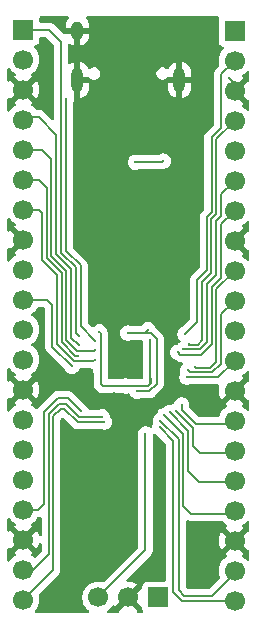
<source format=gbr>
%TF.GenerationSoftware,KiCad,Pcbnew,9.0.6*%
%TF.CreationDate,2026-01-06T13:19:56+05:30*%
%TF.ProjectId,Devboard,44657662-6f61-4726-942e-6b696361645f,rev?*%
%TF.SameCoordinates,Original*%
%TF.FileFunction,Copper,L2,Bot*%
%TF.FilePolarity,Positive*%
%FSLAX46Y46*%
G04 Gerber Fmt 4.6, Leading zero omitted, Abs format (unit mm)*
G04 Created by KiCad (PCBNEW 9.0.6) date 2026-01-06 13:19:56*
%MOMM*%
%LPD*%
G01*
G04 APERTURE LIST*
%TA.AperFunction,ComponentPad*%
%ADD10R,1.700000X1.700000*%
%TD*%
%TA.AperFunction,ComponentPad*%
%ADD11C,1.700000*%
%TD*%
%TA.AperFunction,HeatsinkPad*%
%ADD12O,1.000000X2.100000*%
%TD*%
%TA.AperFunction,HeatsinkPad*%
%ADD13O,1.000000X1.600000*%
%TD*%
%TA.AperFunction,ViaPad*%
%ADD14C,0.300000*%
%TD*%
%TA.AperFunction,Conductor*%
%ADD15C,0.200000*%
%TD*%
G04 APERTURE END LIST*
D10*
%TO.P,J4,1,Pin_1*%
%TO.N,SWCLK*%
X68780000Y-70200000D03*
D11*
%TO.P,J4,2,Pin_2*%
%TO.N,GND*%
X66240000Y-70200000D03*
%TO.P,J4,3,Pin_3*%
%TO.N,SWD*%
X63700000Y-70200000D03*
%TD*%
D12*
%TO.P,J1,S1,SHIELD*%
%TO.N,GND*%
X70570000Y-26380000D03*
D13*
X70570000Y-22200000D03*
D12*
X61930000Y-26380000D03*
D13*
X61930000Y-22200000D03*
%TD*%
D10*
%TO.P,J2,1,Pin_1*%
%TO.N,GPI 0*%
X57360000Y-22120000D03*
D11*
%TO.P,J2,2,Pin_2*%
%TO.N,GPIO 1*%
X57360000Y-24660000D03*
%TO.P,J2,3,Pin_3*%
%TO.N,GND*%
X57360000Y-27200000D03*
%TO.P,J2,4,Pin_4*%
%TO.N,GPIO 2*%
X57360000Y-29740000D03*
%TO.P,J2,5,Pin_5*%
%TO.N,GPIO 3*%
X57360000Y-32280000D03*
%TO.P,J2,6,Pin_6*%
%TO.N,GPIO 4*%
X57360000Y-34820000D03*
%TO.P,J2,7,Pin_7*%
%TO.N,GPIO 5*%
X57360000Y-37360000D03*
%TO.P,J2,8,Pin_8*%
%TO.N,GND*%
X57360000Y-39900000D03*
%TO.P,J2,9,Pin_9*%
%TO.N,GPIO 6*%
X57360000Y-42440000D03*
%TO.P,J2,10,Pin_10*%
%TO.N,GPIO 7*%
X57360000Y-44980000D03*
%TO.P,J2,11,Pin_11*%
%TO.N,GPIO 8*%
X57360000Y-47520000D03*
%TO.P,J2,12,Pin_12*%
%TO.N,GPIO 9*%
X57360000Y-50060000D03*
%TO.P,J2,13,Pin_13*%
%TO.N,GND*%
X57360000Y-52600000D03*
%TO.P,J2,14,Pin_14*%
%TO.N,GPI 10*%
X57360000Y-55140000D03*
%TO.P,J2,15,Pin_15*%
%TO.N,GPI 11*%
X57360000Y-57680000D03*
%TO.P,J2,16,Pin_16*%
%TO.N,GPI 12*%
X57360000Y-60220000D03*
%TO.P,J2,17,Pin_17*%
%TO.N,GPI 13*%
X57360000Y-62760000D03*
%TO.P,J2,18,Pin_18*%
%TO.N,GND*%
X57360000Y-65300000D03*
%TO.P,J2,19,Pin_19*%
%TO.N,GPI 14*%
X57360000Y-67840000D03*
%TO.P,J2,20,Pin_20*%
%TO.N,GPI 15*%
X57360000Y-70380000D03*
%TD*%
D10*
%TO.P,J3,1,Pin_1*%
%TO.N,VBUS*%
X75250000Y-22210000D03*
D11*
%TO.P,J3,2,Pin_2*%
%TO.N,GPI 29*%
X75250000Y-24750000D03*
%TO.P,J3,3,Pin_3*%
%TO.N,GND*%
X75250000Y-27290000D03*
%TO.P,J3,4,Pin_4*%
%TO.N,GPI 28*%
X75250000Y-29830000D03*
%TO.P,J3,5,Pin_5*%
%TO.N,+3V3*%
X75250000Y-32370000D03*
%TO.P,J3,6,Pin_6*%
%TO.N,GPI 27*%
X75250000Y-34910000D03*
%TO.P,J3,7,Pin_7*%
%TO.N,GPI 26*%
X75250000Y-37450000D03*
%TO.P,J3,8,Pin_8*%
%TO.N,GND*%
X75250000Y-39990000D03*
%TO.P,J3,9,Pin_9*%
%TO.N,GPI 24*%
X75250000Y-42530000D03*
%TO.P,J3,10,Pin_10*%
%TO.N,GPI 23*%
X75250000Y-45070000D03*
%TO.P,J3,11,Pin_11*%
%TO.N,RUN*%
X75250000Y-47610000D03*
%TO.P,J3,12,Pin_12*%
%TO.N,GPI 22*%
X75250000Y-50150000D03*
%TO.P,J3,13,Pin_13*%
%TO.N,GND*%
X75250000Y-52690000D03*
%TO.P,J3,14,Pin_14*%
%TO.N,GPI 21*%
X75250000Y-55230000D03*
%TO.P,J3,15,Pin_15*%
%TO.N,GPI 20*%
X75250000Y-57770000D03*
%TO.P,J3,16,Pin_16*%
%TO.N,GPI 19*%
X75250000Y-60310000D03*
%TO.P,J3,17,Pin_17*%
%TO.N,GPI 18*%
X75250000Y-62850000D03*
%TO.P,J3,18,Pin_18*%
%TO.N,GND*%
X75250000Y-65390000D03*
%TO.P,J3,19,Pin_19*%
%TO.N,GPI 17*%
X75250000Y-67930000D03*
%TO.P,J3,20,Pin_20*%
%TO.N,GPI 16*%
X75250000Y-70470000D03*
%TD*%
D14*
%TO.N,GND*%
X68850000Y-41500000D03*
X63950000Y-29900000D03*
X65023486Y-52918702D03*
X62050000Y-56100000D03*
X64250000Y-59550000D03*
X62850000Y-40450000D03*
X65800000Y-41600000D03*
X66317468Y-40795768D03*
X64850000Y-34500000D03*
%TO.N,+3V3*%
X69200000Y-33250000D03*
X66850000Y-33350000D03*
%TO.N,GND*%
X74750000Y-26200000D03*
%TO.N,GPI 29*%
X71050000Y-47900000D03*
%TO.N,GPI 28*%
X71350000Y-48750000D03*
%TO.N,GPI 27*%
X70900000Y-49200000D03*
%TO.N,GPI 26*%
X70440730Y-49435665D03*
%TO.N,GPI 24*%
X71914211Y-50699000D03*
%TO.N,GPI 23*%
X71275963Y-50953168D03*
%TO.N,GPI 22*%
X71213553Y-51527156D03*
%TO.N,GPI 21*%
X70765340Y-53910932D03*
%TO.N,GPI 20*%
X70268959Y-54410094D03*
%TO.N,GPI 19*%
X69750000Y-54527532D03*
%TO.N,GPI 18*%
X69300000Y-54781784D03*
%TO.N,GPI 17*%
X68965040Y-55242244D03*
%TO.N,GPI 16*%
X68893199Y-55806801D03*
%TO.N,SWD*%
X67700000Y-56350000D03*
%TO.N,GPI 15*%
X64224233Y-55336601D03*
%TO.N,GPI 14*%
X64025375Y-54877844D03*
%TO.N,GPI 13*%
X62250000Y-54450000D03*
%TO.N,GPIO 7*%
X61457781Y-50617746D03*
%TO.N,GPIO 5*%
X63394869Y-50049999D03*
%TO.N,GPIO 4*%
X62000000Y-49751000D03*
%TO.N,GPIO 3*%
X63450000Y-49213039D03*
%TO.N,GPIO 1*%
X60992067Y-28000000D03*
%TO.N,GPIO 2*%
X62050000Y-48850000D03*
%TO.N,GPIO 1*%
X63450000Y-48450000D03*
%TO.N,GPI 0*%
X62047565Y-48042015D03*
%TO.N,+1V1*%
X66200000Y-47800000D03*
X67918873Y-47534830D03*
X67000000Y-52750000D03*
%TO.N,+3V3*%
X68200002Y-51700000D03*
X66000000Y-52300000D03*
X63800000Y-47700000D03*
X63900000Y-50900000D03*
X68100000Y-48400000D03*
%TD*%
D15*
%TO.N,GND*%
X64850000Y-53092188D02*
X64850000Y-53100000D01*
X65023486Y-52918702D02*
X64850000Y-53092188D01*
X66317468Y-40795768D02*
X66317468Y-41082532D01*
X66317468Y-41082532D02*
X65800000Y-41600000D01*
%TO.N,+3V3*%
X69100000Y-33350000D02*
X69200000Y-33250000D01*
X66850000Y-33350000D02*
X69100000Y-33350000D01*
%TO.N,GND*%
X75250000Y-26700000D02*
X74750000Y-26200000D01*
X75250000Y-27290000D02*
X75250000Y-26700000D01*
%TO.N,GPI 29*%
X71050000Y-47900000D02*
X72094000Y-46856000D01*
X74099000Y-25901000D02*
X75250000Y-24750000D01*
X72094000Y-46856000D02*
X72094000Y-43284450D01*
X72094000Y-43284450D02*
X72878450Y-42500000D01*
X73297000Y-31215900D02*
X74099000Y-30413900D01*
X72878450Y-42500000D02*
X72878450Y-38013110D01*
X72878450Y-38013110D02*
X73297000Y-37594560D01*
X73297000Y-37594560D02*
X73297000Y-31215900D01*
X74099000Y-30413900D02*
X74099000Y-25901000D01*
%TO.N,GPI 28*%
X73279450Y-38179210D02*
X73698000Y-37760660D01*
X72116800Y-48799000D02*
X72495000Y-48420800D01*
X71350000Y-48750000D02*
X71399000Y-48799000D01*
X73279450Y-42733900D02*
X73279450Y-38179210D01*
X71399000Y-48799000D02*
X72116800Y-48799000D01*
X72495000Y-48420800D02*
X72495000Y-43518350D01*
X72495000Y-43518350D02*
X73279450Y-42733900D01*
X73698000Y-37760660D02*
X73698000Y-31382000D01*
X73698000Y-31382000D02*
X75250000Y-29830000D01*
%TO.N,GPI 27*%
X70900000Y-49200000D02*
X72282900Y-49200000D01*
X72282900Y-49200000D02*
X72896000Y-48586900D01*
X73680450Y-38345310D02*
X74099000Y-37926760D01*
X72896000Y-48586900D02*
X72896000Y-43684450D01*
X72896000Y-43684450D02*
X73680450Y-42900000D01*
X73680450Y-42900000D02*
X73680450Y-38345310D01*
X74099000Y-37926760D02*
X74099000Y-36061000D01*
X74099000Y-36061000D02*
X75250000Y-34910000D01*
%TO.N,GPI 26*%
X72400000Y-49650000D02*
X73297000Y-48753000D01*
X70655065Y-49650000D02*
X72400000Y-49650000D01*
X73297000Y-43915900D02*
X74081450Y-43131450D01*
X70440730Y-49435665D02*
X70655065Y-49650000D01*
X73297000Y-48753000D02*
X73297000Y-43915900D01*
X74081450Y-43131450D02*
X74081450Y-38618550D01*
X74081450Y-38618550D02*
X75250000Y-37450000D01*
%TO.N,GPI 24*%
X73698000Y-44082000D02*
X75250000Y-42530000D01*
X71914211Y-50699000D02*
X71963211Y-50748000D01*
X73184900Y-50748000D02*
X73698000Y-50234900D01*
X71963211Y-50748000D02*
X73184900Y-50748000D01*
X73698000Y-50234900D02*
X73698000Y-44082000D01*
%TO.N,GPI 23*%
X71275963Y-50953168D02*
X71471795Y-51149000D01*
X71471795Y-51149000D02*
X73351000Y-51149000D01*
X73351000Y-51149000D02*
X74099000Y-50401000D01*
X74099000Y-50401000D02*
X74099000Y-46221000D01*
X74099000Y-46221000D02*
X75250000Y-45070000D01*
%TO.N,GPI 22*%
X73850000Y-51550000D02*
X75250000Y-50150000D01*
X71213553Y-51527156D02*
X71236397Y-51550000D01*
X71236397Y-51550000D02*
X73850000Y-51550000D01*
%TO.N,GPI 21*%
X70765340Y-54339375D02*
X71975965Y-55550000D01*
X70765340Y-53910932D02*
X70765340Y-54339375D01*
X74930000Y-55550000D02*
X75250000Y-55230000D01*
X71975965Y-55550000D02*
X74930000Y-55550000D01*
%TO.N,GPI 20*%
X71701000Y-57351000D02*
X72300000Y-57950000D01*
X70268959Y-54410094D02*
X71701000Y-55842135D01*
X71701000Y-55842135D02*
X71701000Y-57351000D01*
X72300000Y-57950000D02*
X75070000Y-57950000D01*
X75070000Y-57950000D02*
X75250000Y-57770000D01*
%TO.N,GPI 19*%
X69750000Y-54527532D02*
X71300000Y-56077532D01*
X71300000Y-56077532D02*
X71300000Y-59500000D01*
X71300000Y-59500000D02*
X72200000Y-60400000D01*
X72200000Y-60400000D02*
X75160000Y-60400000D01*
X75160000Y-60400000D02*
X75250000Y-60310000D01*
%TO.N,GPI 17*%
X70967100Y-70050000D02*
X70500000Y-69582900D01*
X68965040Y-55242244D02*
X70500000Y-56777204D01*
X70500000Y-56777204D02*
X70500000Y-69582900D01*
%TO.N,GPI 18*%
X70900000Y-56381784D02*
X70900000Y-62450000D01*
X69300000Y-54781784D02*
X70900000Y-56381784D01*
X71550000Y-63100000D02*
X75000000Y-63100000D01*
X70900000Y-62450000D02*
X71550000Y-63100000D01*
X75000000Y-63100000D02*
X75250000Y-62850000D01*
%TO.N,GPI 17*%
X75250000Y-67930000D02*
X75250000Y-68150000D01*
X75250000Y-68150000D02*
X73350000Y-70050000D01*
X73350000Y-70050000D02*
X70967100Y-70050000D01*
%TO.N,GPI 16*%
X70050000Y-69700000D02*
X70820000Y-70470000D01*
X68893199Y-55806801D02*
X70050000Y-56963602D01*
X70050000Y-56963602D02*
X70050000Y-69700000D01*
X70820000Y-70470000D02*
X75250000Y-70470000D01*
%TO.N,SWD*%
X67700000Y-66200000D02*
X63700000Y-70200000D01*
X67700000Y-56350000D02*
X67700000Y-66200000D01*
%TO.N,GPI 15*%
X59902000Y-54832200D02*
X59902000Y-67838000D01*
X64210834Y-55350000D02*
X61945089Y-55350000D01*
X64224233Y-55336601D02*
X64210834Y-55350000D01*
X61945089Y-55350000D02*
X60796089Y-54201000D01*
X60796089Y-54201000D02*
X60533200Y-54201000D01*
X60533200Y-54201000D02*
X59902000Y-54832200D01*
X59902000Y-67838000D02*
X57360000Y-70380000D01*
%TO.N,GPI 14*%
X64025375Y-54877844D02*
X64002219Y-54901000D01*
X64002219Y-54901000D02*
X62063189Y-54901000D01*
X62063189Y-54901000D02*
X60962189Y-53800000D01*
X59501000Y-54666100D02*
X59501000Y-66549000D01*
X60962189Y-53800000D02*
X60367100Y-53800000D01*
X60367100Y-53800000D02*
X59501000Y-54666100D01*
X59501000Y-66549000D02*
X58210000Y-67840000D01*
X58210000Y-67840000D02*
X57360000Y-67840000D01*
%TO.N,GPI 13*%
X58640000Y-62760000D02*
X57360000Y-62760000D01*
X61100000Y-53300000D02*
X60300000Y-53300000D01*
X62250000Y-54450000D02*
X61100000Y-53300000D01*
X60300000Y-53300000D02*
X59100000Y-54500000D01*
X59100000Y-54500000D02*
X59100000Y-62300000D01*
X59100000Y-62300000D02*
X58640000Y-62760000D01*
%TO.N,GPIO 7*%
X59795000Y-48954965D02*
X61457781Y-50617746D01*
X59795000Y-45400000D02*
X59795000Y-48954965D01*
X57360000Y-44980000D02*
X59375000Y-44980000D01*
X59375000Y-44980000D02*
X59795000Y-45400000D01*
%TO.N,GPIO 5*%
X63242868Y-50202000D02*
X63394869Y-50049999D01*
X60196000Y-48768011D02*
X61629989Y-50202000D01*
X60196000Y-42914400D02*
X60196000Y-48768011D01*
X58938067Y-37650000D02*
X58938067Y-41600000D01*
X57360000Y-37360000D02*
X58648067Y-37360000D01*
X58648067Y-37360000D02*
X58938067Y-37650000D01*
X58938067Y-41600000D02*
X58938067Y-41656467D01*
X61629989Y-50202000D02*
X63242868Y-50202000D01*
X58938067Y-41656467D02*
X60196000Y-42914400D01*
%TO.N,GPIO 4*%
X62000000Y-49751000D02*
X61746089Y-49751000D01*
X59339067Y-35450000D02*
X59300000Y-35450000D01*
X61746089Y-49751000D02*
X60597000Y-48601911D01*
X60597000Y-48601911D02*
X60597000Y-42748300D01*
X60597000Y-42748300D02*
X59339067Y-41490367D01*
X59339067Y-41490367D02*
X59339067Y-35450000D01*
X59300000Y-35450000D02*
X58670000Y-34820000D01*
X58670000Y-34820000D02*
X57360000Y-34820000D01*
%TO.N,GPIO 3*%
X58930000Y-32280000D02*
X57360000Y-32280000D01*
X63450000Y-49213039D02*
X63362039Y-49301000D01*
X60998000Y-48435811D02*
X60998000Y-42582200D01*
X63362039Y-49301000D02*
X61863189Y-49301000D01*
X61863189Y-49301000D02*
X60998000Y-48435811D01*
X60998000Y-42582200D02*
X59740067Y-41324267D01*
X59740067Y-41324267D02*
X59740067Y-33090067D01*
X59740067Y-33090067D02*
X58930000Y-32280000D01*
%TO.N,GPIO 2*%
X62050000Y-48850000D02*
X61399000Y-48199000D01*
X61399000Y-48199000D02*
X61399000Y-42416100D01*
X60141067Y-41158167D02*
X60141067Y-31000000D01*
X60141067Y-31000000D02*
X58650000Y-29508933D01*
X61399000Y-42416100D02*
X60141067Y-41158167D01*
X58650000Y-29508933D02*
X58650000Y-29500000D01*
X58650000Y-29500000D02*
X57600000Y-29500000D01*
X57600000Y-29500000D02*
X57360000Y-29740000D01*
%TO.N,GPIO 1*%
X62201000Y-42083900D02*
X60943067Y-40825967D01*
X62201000Y-42550000D02*
X62201000Y-42083900D01*
X63450000Y-48450000D02*
X62201000Y-47201000D01*
X60992067Y-40776967D02*
X60992067Y-28000000D01*
X62201000Y-47201000D02*
X62201000Y-42550000D01*
X60943067Y-40825967D02*
X60992067Y-40776967D01*
%TO.N,GPI 0*%
X60542067Y-40992067D02*
X60542067Y-23135536D01*
X61800000Y-42250000D02*
X60542067Y-40992067D01*
X59526531Y-22120000D02*
X57360000Y-22120000D01*
X62047565Y-48042015D02*
X61800000Y-47794450D01*
X61800000Y-47794450D02*
X61800000Y-42250000D01*
X60542067Y-23135536D02*
X59526531Y-22120000D01*
%TO.N,+1V1*%
X68651002Y-48313191D02*
X68651002Y-52116098D01*
X67653703Y-47800000D02*
X67918873Y-47534830D01*
X68137811Y-47800000D02*
X68651002Y-48313191D01*
X66200000Y-47800000D02*
X66600000Y-47800000D01*
X66600000Y-47800000D02*
X68137811Y-47800000D01*
X68651002Y-52116098D02*
X68017100Y-52750000D01*
X68017100Y-52750000D02*
X67000000Y-52750000D01*
X66600000Y-47800000D02*
X67653703Y-47800000D01*
%TO.N,+3V3*%
X63900000Y-47800000D02*
X63900000Y-50700000D01*
X65700000Y-52300000D02*
X67900000Y-52300000D01*
X64100000Y-52300000D02*
X65300000Y-52300000D01*
X63900000Y-52100000D02*
X64100000Y-52300000D01*
X68200002Y-51999998D02*
X68200002Y-51700000D01*
X65700000Y-52300000D02*
X66000000Y-52300000D01*
X68100000Y-52100000D02*
X68200002Y-51999998D01*
X65300000Y-52300000D02*
X65700000Y-52300000D01*
X68100000Y-52100000D02*
X68100000Y-48400000D01*
X67900000Y-52300000D02*
X68100000Y-52100000D01*
X63900000Y-50700000D02*
X63900000Y-50900000D01*
X63900000Y-50700000D02*
X63900000Y-52100000D01*
X63800000Y-47700000D02*
X63900000Y-47800000D01*
%TD*%
%TA.AperFunction,Conductor*%
%TO.N,GND*%
G36*
X73888351Y-21020185D02*
G01*
X73934106Y-21072989D01*
X73944050Y-21142147D01*
X73937494Y-21167833D01*
X73905908Y-21252517D01*
X73899501Y-21312116D01*
X73899500Y-21312135D01*
X73899500Y-23107870D01*
X73899501Y-23107876D01*
X73905908Y-23167483D01*
X73956202Y-23302328D01*
X73956206Y-23302335D01*
X74042452Y-23417544D01*
X74042455Y-23417547D01*
X74157664Y-23503793D01*
X74157671Y-23503797D01*
X74289082Y-23552810D01*
X74345016Y-23594681D01*
X74369433Y-23660145D01*
X74354582Y-23728418D01*
X74333431Y-23756673D01*
X74219889Y-23870215D01*
X74094951Y-24042179D01*
X73998444Y-24231585D01*
X73932753Y-24433760D01*
X73899500Y-24643713D01*
X73899500Y-24856287D01*
X73900110Y-24860136D01*
X73932754Y-25066244D01*
X73932754Y-25066247D01*
X73946491Y-25108523D01*
X73948486Y-25178364D01*
X73916241Y-25234522D01*
X73730286Y-25420478D01*
X73618481Y-25532282D01*
X73618479Y-25532285D01*
X73568361Y-25619094D01*
X73568359Y-25619096D01*
X73539425Y-25669209D01*
X73539424Y-25669210D01*
X73533824Y-25690109D01*
X73498499Y-25821943D01*
X73498499Y-25821945D01*
X73498499Y-25990046D01*
X73498500Y-25990059D01*
X73498500Y-30113802D01*
X73478815Y-30180841D01*
X73462181Y-30201483D01*
X72816481Y-30847182D01*
X72816475Y-30847190D01*
X72773896Y-30920941D01*
X72773896Y-30920942D01*
X72737423Y-30984114D01*
X72737423Y-30984115D01*
X72696499Y-31136843D01*
X72696499Y-31136845D01*
X72696499Y-31304946D01*
X72696500Y-31304959D01*
X72696500Y-37294462D01*
X72676815Y-37361501D01*
X72660181Y-37382143D01*
X72397931Y-37644392D01*
X72397930Y-37644394D01*
X72349247Y-37728716D01*
X72318873Y-37781325D01*
X72277949Y-37934053D01*
X72277949Y-37934055D01*
X72277949Y-38102156D01*
X72277950Y-38102169D01*
X72277950Y-42199902D01*
X72258265Y-42266941D01*
X72241631Y-42287583D01*
X71613481Y-42915732D01*
X71613480Y-42915734D01*
X71576076Y-42980520D01*
X71534423Y-43052665D01*
X71493499Y-43205393D01*
X71493499Y-43205395D01*
X71493499Y-43373496D01*
X71493500Y-43373509D01*
X71493500Y-46555902D01*
X71473815Y-46622941D01*
X71457181Y-46643583D01*
X70819671Y-47281092D01*
X70779446Y-47307971D01*
X70741873Y-47323535D01*
X70635328Y-47394725D01*
X70544726Y-47485327D01*
X70544723Y-47485331D01*
X70473538Y-47591866D01*
X70473533Y-47591875D01*
X70424499Y-47710255D01*
X70424497Y-47710261D01*
X70399500Y-47835928D01*
X70399500Y-47835931D01*
X70399500Y-47964069D01*
X70399500Y-47964071D01*
X70399499Y-47964071D01*
X70424497Y-48089738D01*
X70424499Y-48089744D01*
X70473533Y-48208124D01*
X70473538Y-48208133D01*
X70544723Y-48314668D01*
X70544726Y-48314672D01*
X70635325Y-48405271D01*
X70637573Y-48407116D01*
X70638434Y-48408380D01*
X70639638Y-48409584D01*
X70639409Y-48409812D01*
X70676909Y-48464862D01*
X70678780Y-48534706D01*
X70642594Y-48594475D01*
X70606367Y-48617530D01*
X70591880Y-48623530D01*
X70591866Y-48623538D01*
X70485331Y-48694723D01*
X70485327Y-48694726D01*
X70426014Y-48754040D01*
X70364691Y-48787525D01*
X70362525Y-48787976D01*
X70250991Y-48810162D01*
X70250985Y-48810164D01*
X70132605Y-48859198D01*
X70132596Y-48859203D01*
X70026061Y-48930388D01*
X70026057Y-48930391D01*
X69935456Y-49020992D01*
X69935453Y-49020996D01*
X69864268Y-49127531D01*
X69864263Y-49127540D01*
X69815229Y-49245920D01*
X69815227Y-49245926D01*
X69790230Y-49371593D01*
X69790230Y-49371596D01*
X69790230Y-49499734D01*
X69790230Y-49499736D01*
X69790229Y-49499736D01*
X69815227Y-49625403D01*
X69815229Y-49625409D01*
X69864263Y-49743789D01*
X69864268Y-49743798D01*
X69935453Y-49850333D01*
X69935456Y-49850337D01*
X70026057Y-49940938D01*
X70026065Y-49940944D01*
X70132592Y-50012123D01*
X70132595Y-50012124D01*
X70132603Y-50012130D01*
X70132609Y-50012132D01*
X70132610Y-50012133D01*
X70170171Y-50027691D01*
X70210400Y-50054571D01*
X70286349Y-50130520D01*
X70286351Y-50130521D01*
X70286355Y-50130524D01*
X70423274Y-50209573D01*
X70423281Y-50209577D01*
X70505174Y-50231520D01*
X70576007Y-50250500D01*
X70576008Y-50250500D01*
X70759323Y-50250500D01*
X70826362Y-50270185D01*
X70872117Y-50322989D01*
X70882061Y-50392147D01*
X70853036Y-50455703D01*
X70847004Y-50462181D01*
X70770689Y-50538495D01*
X70770686Y-50538499D01*
X70699501Y-50645034D01*
X70699496Y-50645043D01*
X70650462Y-50763423D01*
X70650460Y-50763429D01*
X70625463Y-50889096D01*
X70625463Y-51017241D01*
X70649212Y-51136635D01*
X70642985Y-51206226D01*
X70637246Y-51218646D01*
X70588052Y-51337411D01*
X70588050Y-51337417D01*
X70563053Y-51463084D01*
X70563053Y-51463087D01*
X70563053Y-51591225D01*
X70563053Y-51591227D01*
X70563052Y-51591227D01*
X70588050Y-51716894D01*
X70588052Y-51716900D01*
X70637086Y-51835280D01*
X70637091Y-51835289D01*
X70708276Y-51941824D01*
X70708279Y-51941828D01*
X70798880Y-52032429D01*
X70798884Y-52032432D01*
X70905419Y-52103617D01*
X70905425Y-52103620D01*
X70905426Y-52103621D01*
X71023809Y-52152657D01*
X71023813Y-52152657D01*
X71023814Y-52152658D01*
X71149481Y-52177656D01*
X71149484Y-52177656D01*
X71277624Y-52177656D01*
X71402164Y-52152883D01*
X71426356Y-52150500D01*
X73763333Y-52150500D01*
X73770939Y-52150500D01*
X73770943Y-52150501D01*
X73835150Y-52150501D01*
X73902189Y-52170186D01*
X73947943Y-52222991D01*
X73951315Y-52246446D01*
X73957886Y-52292148D01*
X73953079Y-52312819D01*
X73933242Y-52373869D01*
X73933242Y-52373872D01*
X73900000Y-52583753D01*
X73900000Y-52796246D01*
X73933242Y-53006127D01*
X73933242Y-53006130D01*
X73998904Y-53208217D01*
X74095375Y-53397550D01*
X74134728Y-53451716D01*
X74767037Y-52819408D01*
X74784075Y-52882993D01*
X74849901Y-52997007D01*
X74942993Y-53090099D01*
X75057007Y-53155925D01*
X75120590Y-53172962D01*
X74488282Y-53805269D01*
X74488282Y-53805270D01*
X74542452Y-53844626D01*
X74542451Y-53844626D01*
X74551495Y-53849234D01*
X74602292Y-53897208D01*
X74619087Y-53965029D01*
X74596550Y-54031164D01*
X74551499Y-54070202D01*
X74542182Y-54074949D01*
X74370213Y-54199890D01*
X74219890Y-54350213D01*
X74094951Y-54522179D01*
X73998444Y-54711583D01*
X73948980Y-54863819D01*
X73909542Y-54921494D01*
X73845183Y-54948692D01*
X73831049Y-54949500D01*
X72276062Y-54949500D01*
X72209023Y-54929815D01*
X72188381Y-54913181D01*
X71435225Y-54160025D01*
X71401740Y-54098702D01*
X71401289Y-54048152D01*
X71415840Y-53975003D01*
X71415840Y-53846860D01*
X71390842Y-53721193D01*
X71390841Y-53721192D01*
X71390841Y-53721188D01*
X71341805Y-53602805D01*
X71341804Y-53602804D01*
X71341801Y-53602798D01*
X71270616Y-53496263D01*
X71270613Y-53496259D01*
X71180012Y-53405658D01*
X71180008Y-53405655D01*
X71073473Y-53334470D01*
X71073464Y-53334465D01*
X70955084Y-53285431D01*
X70955078Y-53285429D01*
X70829411Y-53260432D01*
X70829409Y-53260432D01*
X70701271Y-53260432D01*
X70701269Y-53260432D01*
X70575601Y-53285429D01*
X70575595Y-53285431D01*
X70457215Y-53334465D01*
X70457206Y-53334470D01*
X70350671Y-53405655D01*
X70350667Y-53405658D01*
X70260066Y-53496259D01*
X70260063Y-53496263D01*
X70188878Y-53602798D01*
X70188873Y-53602808D01*
X70140347Y-53719960D01*
X70123402Y-53740986D01*
X70109400Y-53764075D01*
X70099959Y-53770078D01*
X70096506Y-53774363D01*
X70080216Y-53783922D01*
X70076766Y-53785607D01*
X69960832Y-53833629D01*
X69912868Y-53865676D01*
X69905353Y-53869348D01*
X69878820Y-53873870D01*
X69853134Y-53881913D01*
X69839040Y-53880652D01*
X69836477Y-53881089D01*
X69834494Y-53880245D01*
X69826734Y-53879551D01*
X69814069Y-53877032D01*
X69685931Y-53877032D01*
X69685929Y-53877032D01*
X69560261Y-53902029D01*
X69560255Y-53902031D01*
X69441875Y-53951065D01*
X69441866Y-53951070D01*
X69335331Y-54022255D01*
X69335327Y-54022258D01*
X69250510Y-54107076D01*
X69189187Y-54140561D01*
X69187022Y-54141012D01*
X69110259Y-54156281D01*
X69110257Y-54156282D01*
X68991875Y-54205317D01*
X68991866Y-54205322D01*
X68885331Y-54276507D01*
X68885327Y-54276510D01*
X68794726Y-54367111D01*
X68794723Y-54367115D01*
X68723538Y-54473650D01*
X68723533Y-54473659D01*
X68674498Y-54592041D01*
X68674497Y-54592044D01*
X68670298Y-54613156D01*
X68637912Y-54675067D01*
X68617572Y-54692065D01*
X68550371Y-54736967D01*
X68550367Y-54736970D01*
X68459766Y-54827571D01*
X68459763Y-54827575D01*
X68388578Y-54934110D01*
X68388573Y-54934119D01*
X68339539Y-55052499D01*
X68339537Y-55052505D01*
X68314540Y-55178172D01*
X68314540Y-55178175D01*
X68314540Y-55306313D01*
X68314540Y-55306315D01*
X68314539Y-55306315D01*
X68334508Y-55406699D01*
X68328281Y-55476291D01*
X68319431Y-55493211D01*
X68319604Y-55493304D01*
X68316734Y-55498671D01*
X68267698Y-55617056D01*
X68267696Y-55617061D01*
X68245975Y-55726257D01*
X68213589Y-55788167D01*
X68152873Y-55822741D01*
X68083103Y-55819000D01*
X68055467Y-55805166D01*
X68008133Y-55773538D01*
X68008124Y-55773533D01*
X67889744Y-55724499D01*
X67889738Y-55724497D01*
X67764071Y-55699500D01*
X67764069Y-55699500D01*
X67635931Y-55699500D01*
X67635929Y-55699500D01*
X67510261Y-55724497D01*
X67510255Y-55724499D01*
X67391875Y-55773533D01*
X67391866Y-55773538D01*
X67285331Y-55844723D01*
X67285327Y-55844726D01*
X67194726Y-55935327D01*
X67194723Y-55935331D01*
X67123538Y-56041866D01*
X67123533Y-56041875D01*
X67074499Y-56160255D01*
X67074497Y-56160261D01*
X67049500Y-56285928D01*
X67049500Y-56285931D01*
X67049500Y-56414069D01*
X67049500Y-56414071D01*
X67049499Y-56414071D01*
X67074497Y-56539738D01*
X67074499Y-56539744D01*
X67090061Y-56577313D01*
X67099500Y-56624766D01*
X67099500Y-65899902D01*
X67079815Y-65966941D01*
X67063181Y-65987583D01*
X64184522Y-68866241D01*
X64123199Y-68899726D01*
X64058523Y-68896491D01*
X64016245Y-68882754D01*
X63876272Y-68860584D01*
X63806287Y-68849500D01*
X63593713Y-68849500D01*
X63545042Y-68857208D01*
X63383760Y-68882753D01*
X63181585Y-68948444D01*
X62992179Y-69044951D01*
X62820213Y-69169890D01*
X62669890Y-69320213D01*
X62544951Y-69492179D01*
X62448444Y-69681585D01*
X62382753Y-69883760D01*
X62349500Y-70093713D01*
X62349500Y-70306286D01*
X62382753Y-70516239D01*
X62448444Y-70718414D01*
X62544951Y-70907820D01*
X62669890Y-71079786D01*
X62669896Y-71079792D01*
X62820208Y-71230104D01*
X62861070Y-71259792D01*
X62882252Y-71275181D01*
X62924918Y-71330511D01*
X62930897Y-71400124D01*
X62898292Y-71461920D01*
X62837453Y-71496277D01*
X62809367Y-71499500D01*
X58449758Y-71499500D01*
X58382719Y-71479815D01*
X58336964Y-71427011D01*
X58327020Y-71357853D01*
X58356045Y-71294297D01*
X58362077Y-71287819D01*
X58374715Y-71275181D01*
X58390104Y-71259792D01*
X58390106Y-71259788D01*
X58390109Y-71259786D01*
X58515048Y-71087820D01*
X58515047Y-71087820D01*
X58515051Y-71087816D01*
X58611557Y-70898412D01*
X58677246Y-70696243D01*
X58710500Y-70486287D01*
X58710500Y-70273713D01*
X58677246Y-70063757D01*
X58663506Y-70021473D01*
X58661512Y-69951635D01*
X58693755Y-69895478D01*
X60260506Y-68328728D01*
X60260511Y-68328724D01*
X60270714Y-68318520D01*
X60270716Y-68318520D01*
X60382520Y-68206716D01*
X60460422Y-68071785D01*
X60461577Y-68069785D01*
X60502501Y-67917057D01*
X60502501Y-67758943D01*
X60502501Y-67751348D01*
X60502500Y-67751330D01*
X60502500Y-55132297D01*
X60511144Y-55102857D01*
X60517667Y-55072872D01*
X60521422Y-55067855D01*
X60522185Y-55065258D01*
X60538818Y-55044617D01*
X60554968Y-55028467D01*
X60576963Y-55006471D01*
X60638284Y-54972986D01*
X60707976Y-54977970D01*
X60752325Y-55006471D01*
X61460228Y-55714374D01*
X61460238Y-55714385D01*
X61464568Y-55718715D01*
X61464569Y-55718716D01*
X61576373Y-55830520D01*
X61576375Y-55830521D01*
X61576379Y-55830524D01*
X61653699Y-55875164D01*
X61713305Y-55909577D01*
X61818695Y-55937816D01*
X61866031Y-55950500D01*
X61866032Y-55950500D01*
X63981815Y-55950500D01*
X64029268Y-55959939D01*
X64034489Y-55962102D01*
X64034493Y-55962102D01*
X64034494Y-55962103D01*
X64160161Y-55987101D01*
X64160164Y-55987101D01*
X64288304Y-55987101D01*
X64372848Y-55970283D01*
X64413977Y-55962102D01*
X64532360Y-55913066D01*
X64638902Y-55841877D01*
X64729509Y-55751270D01*
X64800698Y-55644728D01*
X64849734Y-55526345D01*
X64864506Y-55452085D01*
X64874733Y-55400672D01*
X64874733Y-55272529D01*
X64849735Y-55146862D01*
X64849734Y-55146861D01*
X64849734Y-55146857D01*
X64800698Y-55028474D01*
X64800697Y-55028473D01*
X64800694Y-55028467D01*
X64729509Y-54921932D01*
X64729506Y-54921928D01*
X64712194Y-54904616D01*
X64678709Y-54843293D01*
X64675875Y-54816935D01*
X64675875Y-54813772D01*
X64650877Y-54688105D01*
X64650876Y-54688104D01*
X64650876Y-54688100D01*
X64601840Y-54569717D01*
X64601839Y-54569716D01*
X64601836Y-54569710D01*
X64530651Y-54463175D01*
X64530648Y-54463171D01*
X64440047Y-54372570D01*
X64440043Y-54372567D01*
X64333508Y-54301382D01*
X64333499Y-54301377D01*
X64215119Y-54252343D01*
X64215113Y-54252341D01*
X64089446Y-54227344D01*
X64089444Y-54227344D01*
X63961306Y-54227344D01*
X63961304Y-54227344D01*
X63835636Y-54252341D01*
X63835630Y-54252343D01*
X63742158Y-54291061D01*
X63694705Y-54300500D01*
X62975025Y-54300500D01*
X62907986Y-54280815D01*
X62862231Y-54228011D01*
X62860464Y-54223953D01*
X62826466Y-54141876D01*
X62826465Y-54141873D01*
X62826463Y-54141870D01*
X62826461Y-54141866D01*
X62755276Y-54035331D01*
X62755273Y-54035327D01*
X62664672Y-53944726D01*
X62664668Y-53944723D01*
X62558133Y-53873538D01*
X62558127Y-53873535D01*
X62520555Y-53857972D01*
X62480328Y-53831092D01*
X61587590Y-52938355D01*
X61587588Y-52938352D01*
X61468717Y-52819481D01*
X61468716Y-52819480D01*
X61381904Y-52769360D01*
X61381904Y-52769359D01*
X61381900Y-52769358D01*
X61331785Y-52740423D01*
X61179057Y-52699499D01*
X61020943Y-52699499D01*
X61013347Y-52699499D01*
X61013331Y-52699500D01*
X60379057Y-52699500D01*
X60220942Y-52699500D01*
X60068215Y-52740423D01*
X60068214Y-52740423D01*
X60068212Y-52740424D01*
X60068209Y-52740425D01*
X60018096Y-52769359D01*
X60018095Y-52769360D01*
X59977161Y-52792993D01*
X59931285Y-52819479D01*
X59931282Y-52819481D01*
X58619481Y-54131282D01*
X58619479Y-54131285D01*
X58581189Y-54197607D01*
X58581188Y-54197608D01*
X58569133Y-54218488D01*
X58518566Y-54266703D01*
X58449959Y-54279927D01*
X58385095Y-54253959D01*
X58374065Y-54244169D01*
X58239786Y-54109890D01*
X58067817Y-53984949D01*
X58058504Y-53980204D01*
X58007707Y-53932230D01*
X57990912Y-53864409D01*
X58013449Y-53798274D01*
X58058507Y-53759232D01*
X58067555Y-53754622D01*
X58121716Y-53715270D01*
X58121717Y-53715270D01*
X57489408Y-53082962D01*
X57552993Y-53065925D01*
X57667007Y-53000099D01*
X57760099Y-52907007D01*
X57825925Y-52792993D01*
X57842962Y-52729409D01*
X58475270Y-53361717D01*
X58475270Y-53361716D01*
X58514622Y-53307554D01*
X58611095Y-53118217D01*
X58676757Y-52916130D01*
X58676757Y-52916127D01*
X58710000Y-52706246D01*
X58710000Y-52493753D01*
X58676757Y-52283872D01*
X58676757Y-52283869D01*
X58611095Y-52081782D01*
X58514624Y-51892449D01*
X58475270Y-51838282D01*
X58475269Y-51838282D01*
X57842962Y-52470590D01*
X57825925Y-52407007D01*
X57760099Y-52292993D01*
X57667007Y-52199901D01*
X57552993Y-52134075D01*
X57489409Y-52117037D01*
X58121716Y-51484728D01*
X58067547Y-51445373D01*
X58067547Y-51445372D01*
X58058500Y-51440763D01*
X58007706Y-51392788D01*
X57990912Y-51324966D01*
X58013451Y-51258832D01*
X58058508Y-51219793D01*
X58067816Y-51215051D01*
X58194484Y-51123022D01*
X58239786Y-51090109D01*
X58239788Y-51090106D01*
X58239792Y-51090104D01*
X58390104Y-50939792D01*
X58390106Y-50939788D01*
X58390109Y-50939786D01*
X58515048Y-50767820D01*
X58515047Y-50767820D01*
X58515051Y-50767816D01*
X58611557Y-50578412D01*
X58677246Y-50376243D01*
X58710500Y-50166287D01*
X58710500Y-49953713D01*
X58677246Y-49743757D01*
X58611557Y-49541588D01*
X58515051Y-49352184D01*
X58515049Y-49352181D01*
X58515048Y-49352179D01*
X58390109Y-49180213D01*
X58239786Y-49029890D01*
X58067820Y-48904951D01*
X58067115Y-48904591D01*
X58059054Y-48900485D01*
X58008259Y-48852512D01*
X57991463Y-48784692D01*
X58013999Y-48718556D01*
X58059054Y-48679515D01*
X58067816Y-48675051D01*
X58138729Y-48623530D01*
X58239786Y-48550109D01*
X58239788Y-48550106D01*
X58239792Y-48550104D01*
X58390104Y-48399792D01*
X58390106Y-48399788D01*
X58390109Y-48399786D01*
X58515048Y-48227820D01*
X58515047Y-48227820D01*
X58515051Y-48227816D01*
X58611557Y-48038412D01*
X58677246Y-47836243D01*
X58710500Y-47626287D01*
X58710500Y-47413713D01*
X58677246Y-47203757D01*
X58611557Y-47001588D01*
X58515051Y-46812184D01*
X58515049Y-46812181D01*
X58515048Y-46812179D01*
X58390109Y-46640213D01*
X58239786Y-46489890D01*
X58067820Y-46364951D01*
X58067115Y-46364591D01*
X58059054Y-46360485D01*
X58008259Y-46312512D01*
X57991463Y-46244692D01*
X58013999Y-46178556D01*
X58059054Y-46139515D01*
X58067816Y-46135051D01*
X58115917Y-46100104D01*
X58239786Y-46010109D01*
X58239788Y-46010106D01*
X58239792Y-46010104D01*
X58390104Y-45859792D01*
X58390106Y-45859788D01*
X58390109Y-45859786D01*
X58490934Y-45721010D01*
X58515051Y-45687816D01*
X58515349Y-45687230D01*
X58535235Y-45648205D01*
X58583209Y-45597409D01*
X58645719Y-45580500D01*
X59070500Y-45580500D01*
X59137539Y-45600185D01*
X59183294Y-45652989D01*
X59194500Y-45704500D01*
X59194500Y-48868295D01*
X59194499Y-48868313D01*
X59194499Y-49034019D01*
X59194498Y-49034019D01*
X59235423Y-49186752D01*
X59243362Y-49200501D01*
X59243361Y-49200501D01*
X59243363Y-49200503D01*
X59314475Y-49323674D01*
X59314481Y-49323682D01*
X59433349Y-49442550D01*
X59433355Y-49442555D01*
X60838872Y-50848072D01*
X60865752Y-50888299D01*
X60881313Y-50925866D01*
X60881316Y-50925872D01*
X60881319Y-50925879D01*
X60952504Y-51032414D01*
X60952507Y-51032418D01*
X61043108Y-51123019D01*
X61043112Y-51123022D01*
X61149647Y-51194207D01*
X61149653Y-51194210D01*
X61149654Y-51194211D01*
X61268037Y-51243247D01*
X61268041Y-51243247D01*
X61268042Y-51243248D01*
X61393709Y-51268246D01*
X61393712Y-51268246D01*
X61521852Y-51268246D01*
X61606396Y-51251428D01*
X61647525Y-51243247D01*
X61765908Y-51194211D01*
X61872450Y-51123022D01*
X61963057Y-51032415D01*
X62034246Y-50925873D01*
X62034249Y-50925866D01*
X62053642Y-50879048D01*
X62097483Y-50824644D01*
X62163777Y-50802579D01*
X62168203Y-50802500D01*
X63125500Y-50802500D01*
X63192539Y-50822185D01*
X63238294Y-50874989D01*
X63249500Y-50926500D01*
X63249500Y-50964069D01*
X63249500Y-50964071D01*
X63249499Y-50964071D01*
X63274497Y-51089738D01*
X63274499Y-51089744D01*
X63288283Y-51123022D01*
X63290061Y-51127313D01*
X63299500Y-51174766D01*
X63299500Y-52013330D01*
X63299499Y-52013348D01*
X63299499Y-52179054D01*
X63299498Y-52179054D01*
X63340424Y-52331789D01*
X63340425Y-52331790D01*
X63361743Y-52368713D01*
X63361744Y-52368714D01*
X63419477Y-52468712D01*
X63419481Y-52468717D01*
X63548720Y-52597956D01*
X63548725Y-52597960D01*
X63731284Y-52780520D01*
X63731286Y-52780521D01*
X63731290Y-52780524D01*
X63798765Y-52819480D01*
X63868216Y-52859577D01*
X64020943Y-52900501D01*
X64020945Y-52900501D01*
X64186654Y-52900501D01*
X64186670Y-52900500D01*
X65220943Y-52900500D01*
X65620943Y-52900500D01*
X65725233Y-52900500D01*
X65772685Y-52909939D01*
X65787632Y-52916130D01*
X65810256Y-52925501D01*
X65810260Y-52925501D01*
X65810261Y-52925502D01*
X65935928Y-52950500D01*
X65935931Y-52950500D01*
X66064071Y-52950500D01*
X66148615Y-52933682D01*
X66189744Y-52925501D01*
X66212375Y-52916127D01*
X66227315Y-52909939D01*
X66235491Y-52908312D01*
X66239832Y-52905523D01*
X66274767Y-52900500D01*
X66275390Y-52900500D01*
X66342429Y-52920185D01*
X66388184Y-52972989D01*
X66389951Y-52977048D01*
X66423531Y-53058120D01*
X66423538Y-53058133D01*
X66494723Y-53164668D01*
X66494726Y-53164672D01*
X66585327Y-53255273D01*
X66585331Y-53255276D01*
X66691866Y-53326461D01*
X66691872Y-53326464D01*
X66691873Y-53326465D01*
X66810256Y-53375501D01*
X66810260Y-53375501D01*
X66810261Y-53375502D01*
X66935928Y-53400500D01*
X66935931Y-53400500D01*
X67064071Y-53400500D01*
X67148615Y-53383682D01*
X67189744Y-53375501D01*
X67223022Y-53361717D01*
X67227315Y-53359939D01*
X67274767Y-53350500D01*
X67930431Y-53350500D01*
X67930447Y-53350501D01*
X67938043Y-53350501D01*
X68096154Y-53350501D01*
X68096157Y-53350501D01*
X68248885Y-53309577D01*
X68334006Y-53260432D01*
X68385816Y-53230520D01*
X68497620Y-53118716D01*
X68497620Y-53118714D01*
X68507824Y-53108511D01*
X68507827Y-53108506D01*
X69131522Y-52484814D01*
X69210579Y-52347883D01*
X69251503Y-52195155D01*
X69251503Y-52037040D01*
X69251503Y-52029445D01*
X69251502Y-52029427D01*
X69251502Y-48402251D01*
X69251503Y-48402238D01*
X69251503Y-48234135D01*
X69249810Y-48227816D01*
X69210579Y-48081407D01*
X69157658Y-47989744D01*
X69131526Y-47944481D01*
X69131520Y-47944473D01*
X68570471Y-47383424D01*
X68543591Y-47343196D01*
X68495339Y-47226705D01*
X68495334Y-47226696D01*
X68424149Y-47120161D01*
X68424146Y-47120157D01*
X68333545Y-47029556D01*
X68333541Y-47029553D01*
X68227006Y-46958368D01*
X68226997Y-46958363D01*
X68108617Y-46909329D01*
X68108611Y-46909327D01*
X67982944Y-46884330D01*
X67982942Y-46884330D01*
X67854804Y-46884330D01*
X67854802Y-46884330D01*
X67729134Y-46909327D01*
X67729128Y-46909329D01*
X67610748Y-46958363D01*
X67610739Y-46958368D01*
X67504204Y-47029553D01*
X67504200Y-47029556D01*
X67413598Y-47120158D01*
X67397408Y-47144390D01*
X67343796Y-47189195D01*
X67294305Y-47199500D01*
X66474767Y-47199500D01*
X66427315Y-47190061D01*
X66389748Y-47174500D01*
X66389738Y-47174497D01*
X66264071Y-47149500D01*
X66264069Y-47149500D01*
X66135931Y-47149500D01*
X66135929Y-47149500D01*
X66010261Y-47174497D01*
X66010255Y-47174499D01*
X65891875Y-47223533D01*
X65891866Y-47223538D01*
X65785331Y-47294723D01*
X65785327Y-47294726D01*
X65694726Y-47385327D01*
X65694723Y-47385331D01*
X65623538Y-47491866D01*
X65623533Y-47491875D01*
X65574499Y-47610255D01*
X65574497Y-47610261D01*
X65549500Y-47735928D01*
X65549500Y-47735931D01*
X65549500Y-47864069D01*
X65549500Y-47864071D01*
X65549499Y-47864071D01*
X65574497Y-47989738D01*
X65574499Y-47989744D01*
X65623533Y-48108124D01*
X65623538Y-48108133D01*
X65694723Y-48214668D01*
X65694726Y-48214672D01*
X65785327Y-48305273D01*
X65785331Y-48305276D01*
X65891866Y-48376461D01*
X65891872Y-48376464D01*
X65891873Y-48376465D01*
X66010256Y-48425501D01*
X66010260Y-48425501D01*
X66010261Y-48425502D01*
X66135928Y-48450500D01*
X66135931Y-48450500D01*
X66264071Y-48450500D01*
X66348615Y-48433682D01*
X66389744Y-48425501D01*
X66408235Y-48417841D01*
X66427315Y-48409939D01*
X66474767Y-48400500D01*
X66520943Y-48400500D01*
X67335091Y-48400500D01*
X67361758Y-48408330D01*
X67389171Y-48412915D01*
X67394816Y-48418037D01*
X67402130Y-48420185D01*
X67420327Y-48441186D01*
X67440914Y-48459866D01*
X67444524Y-48469110D01*
X67447885Y-48472989D01*
X67454837Y-48492298D01*
X67455905Y-48496273D01*
X67474499Y-48589744D01*
X67493150Y-48634773D01*
X67495246Y-48642564D01*
X67495023Y-48652262D01*
X67499500Y-48674766D01*
X67499500Y-51575500D01*
X67479815Y-51642539D01*
X67427011Y-51688294D01*
X67375500Y-51699500D01*
X66274767Y-51699500D01*
X66227315Y-51690061D01*
X66189748Y-51674500D01*
X66189738Y-51674497D01*
X66064071Y-51649500D01*
X66064069Y-51649500D01*
X65935931Y-51649500D01*
X65935929Y-51649500D01*
X65810261Y-51674497D01*
X65810251Y-51674500D01*
X65772685Y-51690061D01*
X65725233Y-51699500D01*
X64624500Y-51699500D01*
X64557461Y-51679815D01*
X64511706Y-51627011D01*
X64500500Y-51575500D01*
X64500500Y-51174766D01*
X64509939Y-51127313D01*
X64525501Y-51089744D01*
X64545282Y-50990302D01*
X64550500Y-50964071D01*
X64550500Y-50835928D01*
X64525502Y-50710261D01*
X64525501Y-50710260D01*
X64525501Y-50710256D01*
X64509939Y-50672685D01*
X64500500Y-50625233D01*
X64500500Y-47721566D01*
X64500500Y-47720943D01*
X64499840Y-47718481D01*
X64477721Y-47635931D01*
X64459577Y-47568216D01*
X64423944Y-47506497D01*
X64392790Y-47431284D01*
X64376466Y-47391875D01*
X64376461Y-47391866D01*
X64305276Y-47285331D01*
X64305273Y-47285327D01*
X64214672Y-47194726D01*
X64214668Y-47194723D01*
X64108133Y-47123538D01*
X64108124Y-47123533D01*
X63989744Y-47074499D01*
X63989738Y-47074497D01*
X63864071Y-47049500D01*
X63864069Y-47049500D01*
X63735931Y-47049500D01*
X63735929Y-47049500D01*
X63610261Y-47074497D01*
X63610255Y-47074499D01*
X63491875Y-47123533D01*
X63491866Y-47123538D01*
X63385331Y-47194723D01*
X63302325Y-47277729D01*
X63241001Y-47311213D01*
X63171310Y-47306229D01*
X63126963Y-47277728D01*
X62998735Y-47149500D01*
X62837819Y-46988583D01*
X62804334Y-46927260D01*
X62801500Y-46900902D01*
X62801500Y-42172959D01*
X62801501Y-42172946D01*
X62801501Y-42004845D01*
X62801501Y-42004843D01*
X62760577Y-41852115D01*
X62731639Y-41801995D01*
X62681520Y-41715184D01*
X62569716Y-41603380D01*
X62569715Y-41603379D01*
X62565385Y-41599049D01*
X62565374Y-41599039D01*
X61628886Y-40662551D01*
X61595401Y-40601228D01*
X61592567Y-40574870D01*
X61592567Y-33414071D01*
X66199499Y-33414071D01*
X66224497Y-33539738D01*
X66224499Y-33539744D01*
X66273533Y-33658124D01*
X66273538Y-33658133D01*
X66344723Y-33764668D01*
X66344726Y-33764672D01*
X66435327Y-33855273D01*
X66435331Y-33855276D01*
X66541866Y-33926461D01*
X66541872Y-33926464D01*
X66541873Y-33926465D01*
X66660256Y-33975501D01*
X66660260Y-33975501D01*
X66660261Y-33975502D01*
X66785928Y-34000500D01*
X66785931Y-34000500D01*
X66914071Y-34000500D01*
X66998615Y-33983682D01*
X67039744Y-33975501D01*
X67058235Y-33967841D01*
X67077315Y-33959939D01*
X67124767Y-33950500D01*
X69013331Y-33950500D01*
X69013347Y-33950501D01*
X69020943Y-33950501D01*
X69179054Y-33950501D01*
X69179057Y-33950501D01*
X69331785Y-33909577D01*
X69386469Y-33878003D01*
X69400994Y-33870840D01*
X69508127Y-33826465D01*
X69614669Y-33755276D01*
X69705276Y-33664669D01*
X69776465Y-33558127D01*
X69825501Y-33439744D01*
X69835363Y-33390164D01*
X69850500Y-33314071D01*
X69850500Y-33185928D01*
X69825502Y-33060261D01*
X69825501Y-33060260D01*
X69825501Y-33060256D01*
X69776465Y-32941873D01*
X69776464Y-32941872D01*
X69776461Y-32941866D01*
X69705276Y-32835331D01*
X69705273Y-32835327D01*
X69614672Y-32744726D01*
X69614668Y-32744723D01*
X69508133Y-32673538D01*
X69508124Y-32673533D01*
X69389744Y-32624499D01*
X69389738Y-32624497D01*
X69264071Y-32599500D01*
X69264069Y-32599500D01*
X69135931Y-32599500D01*
X69135929Y-32599500D01*
X69010261Y-32624497D01*
X69010255Y-32624499D01*
X68891875Y-32673533D01*
X68891866Y-32673538D01*
X68809459Y-32728602D01*
X68742782Y-32749480D01*
X68740568Y-32749500D01*
X67124767Y-32749500D01*
X67077315Y-32740061D01*
X67039748Y-32724500D01*
X67039738Y-32724497D01*
X66914071Y-32699500D01*
X66914069Y-32699500D01*
X66785931Y-32699500D01*
X66785929Y-32699500D01*
X66660261Y-32724497D01*
X66660255Y-32724499D01*
X66541875Y-32773533D01*
X66541866Y-32773538D01*
X66435331Y-32844723D01*
X66435327Y-32844726D01*
X66344726Y-32935327D01*
X66344723Y-32935331D01*
X66273538Y-33041866D01*
X66273533Y-33041875D01*
X66224499Y-33160255D01*
X66224497Y-33160261D01*
X66199500Y-33285928D01*
X66199500Y-33285931D01*
X66199500Y-33414069D01*
X66199500Y-33414071D01*
X66199499Y-33414071D01*
X61592567Y-33414071D01*
X61592567Y-28274766D01*
X61602006Y-28227313D01*
X61617568Y-28189744D01*
X61642567Y-28064069D01*
X61642567Y-27989231D01*
X61662252Y-27922192D01*
X61680000Y-27902253D01*
X61680000Y-27096988D01*
X61689940Y-27114205D01*
X61745795Y-27170060D01*
X61814204Y-27209556D01*
X61890504Y-27230000D01*
X61969496Y-27230000D01*
X62045796Y-27209556D01*
X62114205Y-27170060D01*
X62170060Y-27114205D01*
X62180000Y-27096988D01*
X62180000Y-27899862D01*
X62221690Y-27891569D01*
X62221692Y-27891569D01*
X62403671Y-27816192D01*
X62403684Y-27816185D01*
X62567462Y-27706751D01*
X62567466Y-27706748D01*
X62706748Y-27567466D01*
X62706751Y-27567462D01*
X62816185Y-27403684D01*
X62816192Y-27403671D01*
X62891569Y-27221693D01*
X62891572Y-27221681D01*
X62929999Y-27028495D01*
X62930000Y-27028492D01*
X62930000Y-26630000D01*
X62230000Y-26630000D01*
X62230000Y-26130000D01*
X62845607Y-26130000D01*
X62912646Y-26149685D01*
X62932616Y-26168049D01*
X62933748Y-26166918D01*
X62939495Y-26172665D01*
X63037335Y-26270505D01*
X63157164Y-26339688D01*
X63290817Y-26375500D01*
X63290819Y-26375500D01*
X63429181Y-26375500D01*
X63429183Y-26375500D01*
X63562836Y-26339688D01*
X63682665Y-26270505D01*
X63780505Y-26172665D01*
X63849688Y-26052836D01*
X63885500Y-25919183D01*
X63885500Y-25780817D01*
X68614500Y-25780817D01*
X68614500Y-25919183D01*
X68648313Y-26045373D01*
X68650312Y-26052835D01*
X68650313Y-26052838D01*
X68719492Y-26172661D01*
X68719494Y-26172664D01*
X68719495Y-26172665D01*
X68817335Y-26270505D01*
X68937164Y-26339688D01*
X69070817Y-26375500D01*
X69070819Y-26375500D01*
X69209181Y-26375500D01*
X69209183Y-26375500D01*
X69342836Y-26339688D01*
X69462665Y-26270505D01*
X69560505Y-26172665D01*
X69560505Y-26172664D01*
X69566252Y-26166918D01*
X69568629Y-26169295D01*
X69612491Y-26137294D01*
X69654393Y-26130000D01*
X70270000Y-26130000D01*
X70270000Y-26630000D01*
X69570000Y-26630000D01*
X69570000Y-27028495D01*
X69608427Y-27221681D01*
X69608430Y-27221693D01*
X69683807Y-27403671D01*
X69683814Y-27403684D01*
X69793248Y-27567462D01*
X69793251Y-27567466D01*
X69932533Y-27706748D01*
X69932537Y-27706751D01*
X70096315Y-27816185D01*
X70096328Y-27816192D01*
X70278308Y-27891569D01*
X70320000Y-27899862D01*
X70320000Y-27096988D01*
X70329940Y-27114205D01*
X70385795Y-27170060D01*
X70454204Y-27209556D01*
X70530504Y-27230000D01*
X70609496Y-27230000D01*
X70685796Y-27209556D01*
X70754205Y-27170060D01*
X70810060Y-27114205D01*
X70820000Y-27096988D01*
X70820000Y-27899862D01*
X70861690Y-27891569D01*
X70861692Y-27891569D01*
X71043671Y-27816192D01*
X71043684Y-27816185D01*
X71207462Y-27706751D01*
X71207466Y-27706748D01*
X71346748Y-27567466D01*
X71346751Y-27567462D01*
X71456185Y-27403684D01*
X71456192Y-27403671D01*
X71531569Y-27221693D01*
X71531572Y-27221681D01*
X71569999Y-27028495D01*
X71570000Y-27028492D01*
X71570000Y-26630000D01*
X70870000Y-26630000D01*
X70870000Y-26130000D01*
X71570000Y-26130000D01*
X71570000Y-25731508D01*
X71569999Y-25731504D01*
X71531572Y-25538318D01*
X71531569Y-25538306D01*
X71456192Y-25356328D01*
X71456185Y-25356315D01*
X71346751Y-25192537D01*
X71346748Y-25192533D01*
X71207466Y-25053251D01*
X71207462Y-25053248D01*
X71043684Y-24943814D01*
X71043671Y-24943807D01*
X70861691Y-24868429D01*
X70861683Y-24868427D01*
X70820000Y-24860135D01*
X70820000Y-25663011D01*
X70810060Y-25645795D01*
X70754205Y-25589940D01*
X70685796Y-25550444D01*
X70609496Y-25530000D01*
X70530504Y-25530000D01*
X70454204Y-25550444D01*
X70385795Y-25589940D01*
X70329940Y-25645795D01*
X70320000Y-25663011D01*
X70320000Y-24860136D01*
X70319999Y-24860135D01*
X70278316Y-24868427D01*
X70278308Y-24868429D01*
X70096328Y-24943807D01*
X70096315Y-24943814D01*
X69932537Y-25053248D01*
X69932533Y-25053251D01*
X69793251Y-25192533D01*
X69793248Y-25192537D01*
X69683814Y-25356315D01*
X69683808Y-25356327D01*
X69668623Y-25392986D01*
X69624781Y-25447388D01*
X69558487Y-25469452D01*
X69490788Y-25452172D01*
X69466382Y-25433212D01*
X69462666Y-25429496D01*
X69462661Y-25429492D01*
X69342838Y-25360313D01*
X69342837Y-25360312D01*
X69342836Y-25360312D01*
X69209183Y-25324500D01*
X69070817Y-25324500D01*
X68937164Y-25360312D01*
X68937161Y-25360313D01*
X68817338Y-25429492D01*
X68817333Y-25429496D01*
X68719496Y-25527333D01*
X68719492Y-25527338D01*
X68650313Y-25647161D01*
X68650312Y-25647164D01*
X68614500Y-25780817D01*
X63885500Y-25780817D01*
X63849688Y-25647164D01*
X63783363Y-25532285D01*
X63780507Y-25527338D01*
X63780503Y-25527333D01*
X63682666Y-25429496D01*
X63682661Y-25429492D01*
X63562838Y-25360313D01*
X63562837Y-25360312D01*
X63562836Y-25360312D01*
X63429183Y-25324500D01*
X63290817Y-25324500D01*
X63157164Y-25360312D01*
X63157161Y-25360313D01*
X63037338Y-25429492D01*
X63033613Y-25433217D01*
X62972288Y-25466699D01*
X62902596Y-25461710D01*
X62846665Y-25419836D01*
X62831375Y-25392984D01*
X62816190Y-25356324D01*
X62816185Y-25356315D01*
X62706751Y-25192537D01*
X62706748Y-25192533D01*
X62567466Y-25053251D01*
X62567462Y-25053248D01*
X62403684Y-24943814D01*
X62403671Y-24943807D01*
X62221691Y-24868429D01*
X62221683Y-24868427D01*
X62180000Y-24860135D01*
X62180000Y-25663011D01*
X62170060Y-25645795D01*
X62114205Y-25589940D01*
X62045796Y-25550444D01*
X61969496Y-25530000D01*
X61890504Y-25530000D01*
X61814204Y-25550444D01*
X61745795Y-25589940D01*
X61689940Y-25645795D01*
X61680000Y-25663011D01*
X61680000Y-24860136D01*
X61679999Y-24860135D01*
X61638316Y-24868427D01*
X61638308Y-24868429D01*
X61456328Y-24943807D01*
X61456315Y-24943814D01*
X61335458Y-25024569D01*
X61268780Y-25045447D01*
X61201400Y-25026962D01*
X61154710Y-24974983D01*
X61142567Y-24921467D01*
X61142567Y-23408532D01*
X61162252Y-23341493D01*
X61215056Y-23295738D01*
X61284214Y-23285794D01*
X61335458Y-23305430D01*
X61456316Y-23386185D01*
X61456328Y-23386192D01*
X61638308Y-23461569D01*
X61680000Y-23469862D01*
X61680000Y-22666988D01*
X61689940Y-22684205D01*
X61745795Y-22740060D01*
X61814204Y-22779556D01*
X61890504Y-22800000D01*
X61969496Y-22800000D01*
X62045796Y-22779556D01*
X62114205Y-22740060D01*
X62170060Y-22684205D01*
X62180000Y-22666988D01*
X62180000Y-23469862D01*
X62221690Y-23461569D01*
X62221692Y-23461569D01*
X62403671Y-23386192D01*
X62403684Y-23386185D01*
X62567462Y-23276751D01*
X62567466Y-23276748D01*
X62706748Y-23137466D01*
X62706751Y-23137462D01*
X62816185Y-22973684D01*
X62816192Y-22973671D01*
X62891569Y-22791693D01*
X62891572Y-22791681D01*
X62929999Y-22598495D01*
X62930000Y-22598492D01*
X62930000Y-22450000D01*
X62230000Y-22450000D01*
X62230000Y-21950000D01*
X62930000Y-21950000D01*
X62930000Y-21801508D01*
X62929999Y-21801504D01*
X62891572Y-21608318D01*
X62891569Y-21608306D01*
X62816192Y-21426328D01*
X62816185Y-21426315D01*
X62706751Y-21262537D01*
X62706748Y-21262533D01*
X62656396Y-21212181D01*
X62622911Y-21150858D01*
X62627895Y-21081166D01*
X62669767Y-21025233D01*
X62735231Y-21000816D01*
X62744077Y-21000500D01*
X73821312Y-21000500D01*
X73888351Y-21020185D01*
G37*
%TD.AperFunction*%
%TA.AperFunction,Conductor*%
G36*
X65774075Y-70392993D02*
G01*
X65839901Y-70507007D01*
X65932993Y-70600099D01*
X66047007Y-70665925D01*
X66110590Y-70682962D01*
X65478282Y-71315269D01*
X65482257Y-71365771D01*
X65467893Y-71434148D01*
X65418842Y-71483905D01*
X65358639Y-71499500D01*
X64590633Y-71499500D01*
X64523594Y-71479815D01*
X64477839Y-71427011D01*
X64467895Y-71357853D01*
X64496920Y-71294297D01*
X64517748Y-71275181D01*
X64579792Y-71230104D01*
X64730104Y-71079792D01*
X64730106Y-71079788D01*
X64730109Y-71079786D01*
X64797515Y-70987007D01*
X64855051Y-70907816D01*
X64859793Y-70898508D01*
X64907763Y-70847711D01*
X64975583Y-70830911D01*
X65041719Y-70853445D01*
X65080763Y-70898500D01*
X65085373Y-70907547D01*
X65124728Y-70961716D01*
X65757037Y-70329408D01*
X65774075Y-70392993D01*
G37*
%TD.AperFunction*%
%TA.AperFunction,Conductor*%
G36*
X67393181Y-70999628D02*
G01*
X67426666Y-71060951D01*
X67429500Y-71087300D01*
X67429500Y-71097865D01*
X67429501Y-71097876D01*
X67435908Y-71157483D01*
X67486202Y-71292328D01*
X67486206Y-71292334D01*
X67492835Y-71301190D01*
X67517252Y-71366654D01*
X67502400Y-71434927D01*
X67452995Y-71484332D01*
X67393568Y-71499500D01*
X67121361Y-71499500D01*
X67054322Y-71479815D01*
X67008567Y-71427011D01*
X66997743Y-71365772D01*
X67001717Y-71315270D01*
X66369408Y-70682962D01*
X66432993Y-70665925D01*
X66547007Y-70600099D01*
X66640099Y-70507007D01*
X66705925Y-70392993D01*
X66722962Y-70329408D01*
X67393181Y-70999628D01*
G37*
%TD.AperFunction*%
%TA.AperFunction,Conductor*%
G36*
X68506029Y-56337581D02*
G01*
X68510093Y-56337799D01*
X68520822Y-56343169D01*
X68528724Y-56346155D01*
X68533348Y-56348705D01*
X68585072Y-56383266D01*
X68629022Y-56401471D01*
X68635073Y-56404808D01*
X68662870Y-56425708D01*
X69413181Y-57176018D01*
X69446666Y-57237341D01*
X69449500Y-57263699D01*
X69449500Y-68725500D01*
X69429815Y-68792539D01*
X69377011Y-68838294D01*
X69325500Y-68849500D01*
X67882129Y-68849500D01*
X67882123Y-68849501D01*
X67822516Y-68855908D01*
X67687671Y-68906202D01*
X67687664Y-68906206D01*
X67572455Y-68992452D01*
X67572452Y-68992455D01*
X67486206Y-69107664D01*
X67486202Y-69107671D01*
X67435908Y-69242517D01*
X67429501Y-69302116D01*
X67429500Y-69302135D01*
X67429500Y-69312690D01*
X67409815Y-69379729D01*
X67393181Y-69400371D01*
X66722962Y-70070590D01*
X66705925Y-70007007D01*
X66640099Y-69892993D01*
X66547007Y-69799901D01*
X66432993Y-69734075D01*
X66369408Y-69717037D01*
X67001716Y-69084728D01*
X66947550Y-69045375D01*
X66758217Y-68948904D01*
X66556129Y-68883242D01*
X66346246Y-68850000D01*
X66198595Y-68850000D01*
X66131556Y-68830315D01*
X66085801Y-68777511D01*
X66075857Y-68708353D01*
X66104882Y-68644797D01*
X66110900Y-68638333D01*
X68058506Y-66690728D01*
X68058511Y-66690724D01*
X68068714Y-66680520D01*
X68068716Y-66680520D01*
X68180520Y-66568716D01*
X68237547Y-66469942D01*
X68243730Y-66459234D01*
X68259574Y-66431790D01*
X68259573Y-66431790D01*
X68259577Y-66431785D01*
X68300500Y-66279058D01*
X68300500Y-66120943D01*
X68300500Y-56624766D01*
X68309939Y-56577313D01*
X68316070Y-56562512D01*
X68325501Y-56539744D01*
X68347223Y-56430544D01*
X68360081Y-56405962D01*
X68369886Y-56380009D01*
X68376049Y-56375435D01*
X68379608Y-56368633D01*
X68403720Y-56354902D01*
X68425996Y-56338373D01*
X68433652Y-56337857D01*
X68440324Y-56334059D01*
X68468032Y-56335544D01*
X68495708Y-56333682D01*
X68506029Y-56337581D01*
G37*
%TD.AperFunction*%
%TA.AperFunction,Conductor*%
G36*
X71286500Y-63641266D02*
G01*
X71318215Y-63659577D01*
X71470943Y-63700501D01*
X71470946Y-63700501D01*
X71636653Y-63700501D01*
X71636669Y-63700500D01*
X74139242Y-63700500D01*
X74206281Y-63720185D01*
X74226923Y-63736819D01*
X74370213Y-63880109D01*
X74542179Y-64005048D01*
X74542181Y-64005049D01*
X74542184Y-64005051D01*
X74551493Y-64009794D01*
X74602290Y-64057766D01*
X74619087Y-64125587D01*
X74596552Y-64191722D01*
X74551505Y-64230760D01*
X74542446Y-64235376D01*
X74542440Y-64235380D01*
X74488282Y-64274727D01*
X74488282Y-64274728D01*
X75120591Y-64907037D01*
X75057007Y-64924075D01*
X74942993Y-64989901D01*
X74849901Y-65082993D01*
X74784075Y-65197007D01*
X74767037Y-65260591D01*
X74134728Y-64628282D01*
X74134727Y-64628282D01*
X74095380Y-64682439D01*
X73998904Y-64871782D01*
X73933242Y-65073869D01*
X73933242Y-65073872D01*
X73900000Y-65283753D01*
X73900000Y-65496246D01*
X73933242Y-65706127D01*
X73933242Y-65706130D01*
X73998904Y-65908217D01*
X74095375Y-66097550D01*
X74134728Y-66151716D01*
X74767037Y-65519408D01*
X74784075Y-65582993D01*
X74849901Y-65697007D01*
X74942993Y-65790099D01*
X75057007Y-65855925D01*
X75120590Y-65872962D01*
X74488282Y-66505269D01*
X74488282Y-66505270D01*
X74542452Y-66544626D01*
X74542451Y-66544626D01*
X74551495Y-66549234D01*
X74602292Y-66597208D01*
X74619087Y-66665029D01*
X74596550Y-66731164D01*
X74551499Y-66770202D01*
X74542182Y-66774949D01*
X74370213Y-66899890D01*
X74219890Y-67050213D01*
X74094951Y-67222179D01*
X73998444Y-67411585D01*
X73932753Y-67613760D01*
X73899500Y-67823713D01*
X73899500Y-68036286D01*
X73926493Y-68206717D01*
X73932754Y-68246243D01*
X73959556Y-68328732D01*
X73999949Y-68453046D01*
X73998065Y-68453657D01*
X74004638Y-68514814D01*
X73973360Y-68577291D01*
X73970290Y-68580472D01*
X73137584Y-69413181D01*
X73076261Y-69446666D01*
X73049903Y-69449500D01*
X71267197Y-69449500D01*
X71237756Y-69440855D01*
X71207770Y-69434332D01*
X71202754Y-69430577D01*
X71200158Y-69429815D01*
X71179516Y-69413181D01*
X71136819Y-69370484D01*
X71103334Y-69309161D01*
X71100500Y-69282803D01*
X71100500Y-63748653D01*
X71120185Y-63681614D01*
X71172989Y-63635859D01*
X71242147Y-63625915D01*
X71286500Y-63641266D01*
G37*
%TD.AperFunction*%
%TA.AperFunction,Conductor*%
G36*
X56894075Y-65492993D02*
G01*
X56959901Y-65607007D01*
X57052993Y-65700099D01*
X57167007Y-65765925D01*
X57230590Y-65782962D01*
X56598282Y-66415269D01*
X56598282Y-66415270D01*
X56652452Y-66454626D01*
X56652451Y-66454626D01*
X56661495Y-66459234D01*
X56712292Y-66507208D01*
X56729087Y-66575029D01*
X56706550Y-66641164D01*
X56661499Y-66680202D01*
X56652182Y-66684949D01*
X56480213Y-66809890D01*
X56329894Y-66960209D01*
X56329890Y-66960214D01*
X56224818Y-67104835D01*
X56169489Y-67147501D01*
X56099875Y-67153480D01*
X56038080Y-67120875D01*
X56003723Y-67060036D01*
X56000500Y-67031950D01*
X56000500Y-66107197D01*
X56020185Y-66040158D01*
X56072989Y-65994403D01*
X56142147Y-65984459D01*
X56205703Y-66013484D01*
X56224819Y-66034313D01*
X56244728Y-66061716D01*
X56877037Y-65429408D01*
X56894075Y-65492993D01*
G37*
%TD.AperFunction*%
%TA.AperFunction,Conductor*%
G36*
X76365269Y-66151716D02*
G01*
X76365770Y-66151677D01*
X76434147Y-66166041D01*
X76483905Y-66215092D01*
X76499500Y-66275295D01*
X76499500Y-66970970D01*
X76479815Y-67038009D01*
X76427011Y-67083764D01*
X76357853Y-67093708D01*
X76294297Y-67064683D01*
X76281222Y-67051516D01*
X76280107Y-67050211D01*
X76129786Y-66899890D01*
X75957817Y-66774949D01*
X75948504Y-66770204D01*
X75897707Y-66722230D01*
X75880912Y-66654409D01*
X75903449Y-66588274D01*
X75948507Y-66549232D01*
X75957555Y-66544622D01*
X76011716Y-66505270D01*
X76011717Y-66505270D01*
X75379408Y-65872962D01*
X75442993Y-65855925D01*
X75557007Y-65790099D01*
X75650099Y-65697007D01*
X75715925Y-65582993D01*
X75732962Y-65519408D01*
X76365269Y-66151716D01*
G37*
%TD.AperFunction*%
%TA.AperFunction,Conductor*%
G36*
X58475270Y-66061717D02*
G01*
X58475270Y-66061716D01*
X58514622Y-66007554D01*
X58611095Y-65818217D01*
X58658569Y-65672108D01*
X58698006Y-65614433D01*
X58762365Y-65587234D01*
X58831211Y-65599148D01*
X58882687Y-65646392D01*
X58900500Y-65710426D01*
X58900500Y-66248902D01*
X58880815Y-66315941D01*
X58864181Y-66336583D01*
X58402181Y-66798582D01*
X58372948Y-66814544D01*
X58344145Y-66831305D01*
X58342395Y-66831227D01*
X58340858Y-66832067D01*
X58307626Y-66829690D01*
X58274344Y-66828219D01*
X58272315Y-66827165D01*
X58271166Y-66827083D01*
X58242918Y-66812153D01*
X58239952Y-66810056D01*
X58239792Y-66809896D01*
X58067816Y-66684949D01*
X58050528Y-66676140D01*
X58043216Y-66670971D01*
X58026860Y-66650319D01*
X58007707Y-66632230D01*
X58005510Y-66623360D01*
X57999838Y-66616198D01*
X57997243Y-66589978D01*
X57990912Y-66564409D01*
X57993858Y-66555761D01*
X57992959Y-66546668D01*
X58004952Y-66523208D01*
X58013449Y-66498274D01*
X58021078Y-66491663D01*
X58024763Y-66484456D01*
X58038870Y-66476247D01*
X58058507Y-66459232D01*
X58067555Y-66454622D01*
X58121716Y-66415270D01*
X58121717Y-66415270D01*
X57489408Y-65782962D01*
X57552993Y-65765925D01*
X57667007Y-65700099D01*
X57760099Y-65607007D01*
X57825925Y-65492993D01*
X57842962Y-65429409D01*
X58475270Y-66061717D01*
G37*
%TD.AperFunction*%
%TA.AperFunction,Conductor*%
G36*
X76468635Y-63727164D02*
G01*
X76498110Y-63790512D01*
X76499500Y-63809029D01*
X76499500Y-64504703D01*
X76479815Y-64571742D01*
X76427011Y-64617497D01*
X76365772Y-64628321D01*
X76365270Y-64628281D01*
X75732962Y-65260590D01*
X75715925Y-65197007D01*
X75650099Y-65082993D01*
X75557007Y-64989901D01*
X75442993Y-64924075D01*
X75379409Y-64907037D01*
X76011716Y-64274728D01*
X75957547Y-64235373D01*
X75957547Y-64235372D01*
X75948500Y-64230763D01*
X75897706Y-64182788D01*
X75880912Y-64114966D01*
X75903451Y-64048832D01*
X75948508Y-64009793D01*
X75957816Y-64005051D01*
X76037007Y-63947515D01*
X76129786Y-63880109D01*
X76129788Y-63880106D01*
X76129792Y-63880104D01*
X76280104Y-63729792D01*
X76280107Y-63729787D01*
X76281214Y-63728493D01*
X76281758Y-63728137D01*
X76283549Y-63726347D01*
X76283925Y-63726723D01*
X76339723Y-63690302D01*
X76409591Y-63689807D01*
X76468635Y-63727164D01*
G37*
%TD.AperFunction*%
%TA.AperFunction,Conductor*%
G36*
X56205703Y-63474336D02*
G01*
X56224815Y-63495160D01*
X56277772Y-63568049D01*
X56329896Y-63639792D01*
X56480213Y-63790109D01*
X56652179Y-63915048D01*
X56652181Y-63915049D01*
X56652184Y-63915051D01*
X56661493Y-63919794D01*
X56712290Y-63967766D01*
X56729087Y-64035587D01*
X56706552Y-64101722D01*
X56661505Y-64140760D01*
X56652446Y-64145376D01*
X56652440Y-64145380D01*
X56598282Y-64184727D01*
X56598282Y-64184728D01*
X57230591Y-64817037D01*
X57167007Y-64834075D01*
X57052993Y-64899901D01*
X56959901Y-64992993D01*
X56894075Y-65107007D01*
X56877037Y-65170591D01*
X56244728Y-64538282D01*
X56244727Y-64538282D01*
X56224819Y-64565685D01*
X56169489Y-64608351D01*
X56099876Y-64614330D01*
X56038080Y-64581725D01*
X56003723Y-64520887D01*
X56000500Y-64492800D01*
X56000500Y-63568049D01*
X56020185Y-63501010D01*
X56072989Y-63455255D01*
X56142147Y-63445311D01*
X56205703Y-63474336D01*
G37*
%TD.AperFunction*%
%TA.AperFunction,Conductor*%
G36*
X58789929Y-63354791D02*
G01*
X58814256Y-63355371D01*
X58823550Y-63361661D01*
X58834546Y-63363908D01*
X58851968Y-63380894D01*
X58872119Y-63394533D01*
X58876536Y-63404849D01*
X58884572Y-63412684D01*
X58890044Y-63436394D01*
X58899623Y-63458762D01*
X58900500Y-63473483D01*
X58900500Y-64889573D01*
X58880815Y-64956612D01*
X58828011Y-65002367D01*
X58758853Y-65012311D01*
X58695297Y-64983286D01*
X58658569Y-64927891D01*
X58611095Y-64781782D01*
X58514624Y-64592449D01*
X58475270Y-64538282D01*
X58475269Y-64538282D01*
X57842962Y-65170590D01*
X57825925Y-65107007D01*
X57760099Y-64992993D01*
X57667007Y-64899901D01*
X57552993Y-64834075D01*
X57489409Y-64817037D01*
X58121716Y-64184728D01*
X58067547Y-64145373D01*
X58067547Y-64145372D01*
X58058500Y-64140763D01*
X58007706Y-64092788D01*
X57990912Y-64024966D01*
X58013451Y-63958832D01*
X58058508Y-63919793D01*
X58067816Y-63915051D01*
X58213744Y-63809029D01*
X58239786Y-63790109D01*
X58239788Y-63790106D01*
X58239792Y-63790104D01*
X58390104Y-63639792D01*
X58390106Y-63639788D01*
X58390109Y-63639786D01*
X58515048Y-63467820D01*
X58515047Y-63467820D01*
X58515051Y-63467816D01*
X58535233Y-63428205D01*
X58542129Y-63420904D01*
X58545519Y-63411452D01*
X58565714Y-63395931D01*
X58583207Y-63377410D01*
X58594432Y-63373861D01*
X58600918Y-63368877D01*
X58623631Y-63364630D01*
X58635308Y-63360939D01*
X58640507Y-63360501D01*
X58719057Y-63360501D01*
X58755079Y-63350848D01*
X58766090Y-63349921D01*
X58789929Y-63354791D01*
G37*
%TD.AperFunction*%
%TA.AperFunction,Conductor*%
G36*
X56894075Y-52792993D02*
G01*
X56959901Y-52907007D01*
X57052993Y-53000099D01*
X57167007Y-53065925D01*
X57230590Y-53082962D01*
X56598282Y-53715269D01*
X56598282Y-53715270D01*
X56652452Y-53754626D01*
X56652451Y-53754626D01*
X56661495Y-53759234D01*
X56712292Y-53807208D01*
X56729087Y-53875029D01*
X56706550Y-53941164D01*
X56661499Y-53980202D01*
X56652182Y-53984949D01*
X56480213Y-54109890D01*
X56329894Y-54260209D01*
X56329890Y-54260214D01*
X56224818Y-54404835D01*
X56169489Y-54447501D01*
X56099875Y-54453480D01*
X56038080Y-54420875D01*
X56003723Y-54360036D01*
X56000500Y-54331950D01*
X56000500Y-53407197D01*
X56020185Y-53340158D01*
X56072989Y-53294403D01*
X56142147Y-53284459D01*
X56205703Y-53313484D01*
X56224819Y-53334313D01*
X56244728Y-53361716D01*
X56877037Y-52729408D01*
X56894075Y-52792993D01*
G37*
%TD.AperFunction*%
%TA.AperFunction,Conductor*%
G36*
X76365269Y-53451716D02*
G01*
X76365770Y-53451677D01*
X76434147Y-53466041D01*
X76483905Y-53515092D01*
X76499500Y-53575295D01*
X76499500Y-54270970D01*
X76479815Y-54338009D01*
X76427011Y-54383764D01*
X76357853Y-54393708D01*
X76294297Y-54364683D01*
X76281222Y-54351516D01*
X76280107Y-54350211D01*
X76129786Y-54199890D01*
X75957817Y-54074949D01*
X75948504Y-54070204D01*
X75897707Y-54022230D01*
X75880912Y-53954409D01*
X75903449Y-53888274D01*
X75948507Y-53849232D01*
X75957555Y-53844622D01*
X76011716Y-53805270D01*
X76011717Y-53805270D01*
X75379408Y-53172962D01*
X75442993Y-53155925D01*
X75557007Y-53090099D01*
X75650099Y-52997007D01*
X75715925Y-52882993D01*
X75732962Y-52819408D01*
X76365269Y-53451716D01*
G37*
%TD.AperFunction*%
%TA.AperFunction,Conductor*%
G36*
X76468635Y-51027164D02*
G01*
X76498110Y-51090512D01*
X76499500Y-51109029D01*
X76499500Y-51804703D01*
X76479815Y-51871742D01*
X76427011Y-51917497D01*
X76365772Y-51928321D01*
X76365270Y-51928281D01*
X75732962Y-52560590D01*
X75715925Y-52497007D01*
X75650099Y-52382993D01*
X75557007Y-52289901D01*
X75442993Y-52224075D01*
X75379408Y-52207037D01*
X76011716Y-51574728D01*
X75957547Y-51535373D01*
X75957547Y-51535372D01*
X75948500Y-51530763D01*
X75897706Y-51482788D01*
X75880912Y-51414966D01*
X75903451Y-51348832D01*
X75948508Y-51309793D01*
X75957816Y-51305051D01*
X76042884Y-51243246D01*
X76129786Y-51180109D01*
X76129788Y-51180106D01*
X76129792Y-51180104D01*
X76280104Y-51029792D01*
X76280107Y-51029787D01*
X76281214Y-51028493D01*
X76281758Y-51028137D01*
X76283549Y-51026347D01*
X76283925Y-51026723D01*
X76339723Y-50990302D01*
X76409591Y-50989807D01*
X76468635Y-51027164D01*
G37*
%TD.AperFunction*%
%TA.AperFunction,Conductor*%
G36*
X56205703Y-50774336D02*
G01*
X56224815Y-50795160D01*
X56293066Y-50889099D01*
X56329896Y-50939792D01*
X56480213Y-51090109D01*
X56652179Y-51215048D01*
X56652181Y-51215049D01*
X56652184Y-51215051D01*
X56661493Y-51219794D01*
X56712290Y-51267766D01*
X56729087Y-51335587D01*
X56706552Y-51401722D01*
X56661505Y-51440760D01*
X56652446Y-51445376D01*
X56652440Y-51445380D01*
X56598282Y-51484727D01*
X56598282Y-51484728D01*
X57230591Y-52117037D01*
X57167007Y-52134075D01*
X57052993Y-52199901D01*
X56959901Y-52292993D01*
X56894075Y-52407007D01*
X56877037Y-52470591D01*
X56244728Y-51838282D01*
X56244727Y-51838282D01*
X56224819Y-51865685D01*
X56169489Y-51908351D01*
X56099876Y-51914330D01*
X56038080Y-51881725D01*
X56003723Y-51820887D01*
X56000500Y-51792800D01*
X56000500Y-50868049D01*
X56020185Y-50801010D01*
X56072989Y-50755255D01*
X56142147Y-50745311D01*
X56205703Y-50774336D01*
G37*
%TD.AperFunction*%
%TA.AperFunction,Conductor*%
G36*
X56894075Y-40092993D02*
G01*
X56959901Y-40207007D01*
X57052993Y-40300099D01*
X57167007Y-40365925D01*
X57230589Y-40382962D01*
X56598282Y-41015269D01*
X56598282Y-41015270D01*
X56652452Y-41054626D01*
X56652451Y-41054626D01*
X56661495Y-41059234D01*
X56712292Y-41107208D01*
X56729087Y-41175029D01*
X56706550Y-41241164D01*
X56661499Y-41280202D01*
X56652182Y-41284949D01*
X56480213Y-41409890D01*
X56329894Y-41560209D01*
X56329890Y-41560214D01*
X56224818Y-41704835D01*
X56169489Y-41747501D01*
X56099875Y-41753480D01*
X56038080Y-41720875D01*
X56003723Y-41660036D01*
X56000500Y-41631950D01*
X56000500Y-40707197D01*
X56020185Y-40640158D01*
X56072989Y-40594403D01*
X56142147Y-40584459D01*
X56205703Y-40613484D01*
X56224819Y-40634313D01*
X56244728Y-40661716D01*
X56877037Y-40029408D01*
X56894075Y-40092993D01*
G37*
%TD.AperFunction*%
%TA.AperFunction,Conductor*%
G36*
X76365269Y-40751716D02*
G01*
X76365770Y-40751677D01*
X76434147Y-40766041D01*
X76483905Y-40815092D01*
X76499500Y-40875295D01*
X76499500Y-41570970D01*
X76479815Y-41638009D01*
X76427011Y-41683764D01*
X76357853Y-41693708D01*
X76294297Y-41664683D01*
X76281222Y-41651516D01*
X76280107Y-41650211D01*
X76129786Y-41499890D01*
X75957817Y-41374949D01*
X75948504Y-41370204D01*
X75897707Y-41322230D01*
X75880912Y-41254409D01*
X75903449Y-41188274D01*
X75948507Y-41149232D01*
X75957555Y-41144622D01*
X76011716Y-41105270D01*
X76011717Y-41105270D01*
X75379409Y-40472962D01*
X75442993Y-40455925D01*
X75557007Y-40390099D01*
X75650099Y-40297007D01*
X75715925Y-40182993D01*
X75732962Y-40119408D01*
X76365269Y-40751716D01*
G37*
%TD.AperFunction*%
%TA.AperFunction,Conductor*%
G36*
X76468635Y-38327164D02*
G01*
X76498110Y-38390512D01*
X76499500Y-38409029D01*
X76499500Y-39104703D01*
X76479815Y-39171742D01*
X76427011Y-39217497D01*
X76365772Y-39228321D01*
X76365270Y-39228281D01*
X75732962Y-39860590D01*
X75715925Y-39797007D01*
X75650099Y-39682993D01*
X75557007Y-39589901D01*
X75442993Y-39524075D01*
X75379407Y-39507036D01*
X76011716Y-38874728D01*
X75957547Y-38835373D01*
X75957547Y-38835372D01*
X75948500Y-38830763D01*
X75897706Y-38782788D01*
X75880912Y-38714966D01*
X75903451Y-38648832D01*
X75948508Y-38609793D01*
X75957816Y-38605051D01*
X76037007Y-38547515D01*
X76129786Y-38480109D01*
X76129788Y-38480106D01*
X76129792Y-38480104D01*
X76280104Y-38329792D01*
X76280107Y-38329787D01*
X76281214Y-38328493D01*
X76281758Y-38328137D01*
X76283549Y-38326347D01*
X76283925Y-38326723D01*
X76339723Y-38290302D01*
X76409591Y-38289807D01*
X76468635Y-38327164D01*
G37*
%TD.AperFunction*%
%TA.AperFunction,Conductor*%
G36*
X56205703Y-38074336D02*
G01*
X56224815Y-38095160D01*
X56277772Y-38168049D01*
X56329896Y-38239792D01*
X56480213Y-38390109D01*
X56652179Y-38515048D01*
X56652181Y-38515049D01*
X56652184Y-38515051D01*
X56661493Y-38519794D01*
X56712290Y-38567766D01*
X56729087Y-38635587D01*
X56706552Y-38701722D01*
X56661505Y-38740760D01*
X56652446Y-38745376D01*
X56652440Y-38745380D01*
X56598282Y-38784727D01*
X56598282Y-38784728D01*
X57230591Y-39417037D01*
X57167007Y-39434075D01*
X57052993Y-39499901D01*
X56959901Y-39592993D01*
X56894075Y-39707007D01*
X56877037Y-39770591D01*
X56244728Y-39138282D01*
X56244727Y-39138282D01*
X56224819Y-39165685D01*
X56169489Y-39208351D01*
X56099876Y-39214330D01*
X56038080Y-39181725D01*
X56003723Y-39120887D01*
X56000500Y-39092800D01*
X56000500Y-38168049D01*
X56020185Y-38101010D01*
X56072989Y-38055255D01*
X56142147Y-38045311D01*
X56205703Y-38074336D01*
G37*
%TD.AperFunction*%
%TA.AperFunction,Conductor*%
G36*
X59293473Y-22740185D02*
G01*
X59314115Y-22756819D01*
X59905248Y-23347952D01*
X59938733Y-23409275D01*
X59941567Y-23435633D01*
X59941567Y-29651903D01*
X59921882Y-29718942D01*
X59869078Y-29764697D01*
X59799920Y-29774641D01*
X59736364Y-29745616D01*
X59729886Y-29739584D01*
X59154267Y-29163965D01*
X59134560Y-29138282D01*
X59130519Y-29131283D01*
X59121420Y-29122184D01*
X59018716Y-29019480D01*
X59018713Y-29019478D01*
X59018709Y-29019475D01*
X58881790Y-28940426D01*
X58881786Y-28940424D01*
X58881784Y-28940423D01*
X58729057Y-28899500D01*
X58729056Y-28899500D01*
X58480758Y-28899500D01*
X58413719Y-28879815D01*
X58393077Y-28863181D01*
X58239786Y-28709890D01*
X58067817Y-28584949D01*
X58058504Y-28580204D01*
X58007707Y-28532230D01*
X57990912Y-28464409D01*
X58013449Y-28398274D01*
X58058507Y-28359232D01*
X58067555Y-28354622D01*
X58121716Y-28315270D01*
X58121717Y-28315270D01*
X57489408Y-27682962D01*
X57552993Y-27665925D01*
X57667007Y-27600099D01*
X57760099Y-27507007D01*
X57825925Y-27392993D01*
X57842962Y-27329409D01*
X58475270Y-27961717D01*
X58475270Y-27961716D01*
X58514622Y-27907554D01*
X58611095Y-27718217D01*
X58676757Y-27516130D01*
X58676757Y-27516127D01*
X58710000Y-27306246D01*
X58710000Y-27093753D01*
X58676757Y-26883872D01*
X58676757Y-26883869D01*
X58611095Y-26681782D01*
X58514624Y-26492449D01*
X58475270Y-26438282D01*
X58475269Y-26438282D01*
X57842962Y-27070590D01*
X57825925Y-27007007D01*
X57760099Y-26892993D01*
X57667007Y-26799901D01*
X57552993Y-26734075D01*
X57489409Y-26717037D01*
X58121716Y-26084728D01*
X58067547Y-26045373D01*
X58067547Y-26045372D01*
X58058500Y-26040763D01*
X58007706Y-25992788D01*
X57990912Y-25924966D01*
X58013451Y-25858832D01*
X58058508Y-25819793D01*
X58067816Y-25815051D01*
X58182804Y-25731508D01*
X58239786Y-25690109D01*
X58239788Y-25690106D01*
X58239792Y-25690104D01*
X58390104Y-25539792D01*
X58390106Y-25539788D01*
X58390109Y-25539786D01*
X58515048Y-25367820D01*
X58515047Y-25367820D01*
X58515051Y-25367816D01*
X58611557Y-25178412D01*
X58677246Y-24976243D01*
X58710500Y-24766287D01*
X58710500Y-24553713D01*
X58677246Y-24343757D01*
X58611557Y-24141588D01*
X58515051Y-23952184D01*
X58515049Y-23952181D01*
X58515048Y-23952179D01*
X58390109Y-23780213D01*
X58276569Y-23666673D01*
X58243084Y-23605350D01*
X58248068Y-23535658D01*
X58289940Y-23479725D01*
X58320915Y-23462810D01*
X58452331Y-23413796D01*
X58567546Y-23327546D01*
X58653796Y-23212331D01*
X58704091Y-23077483D01*
X58710500Y-23017873D01*
X58710500Y-22844500D01*
X58730185Y-22777461D01*
X58782989Y-22731706D01*
X58834500Y-22720500D01*
X59226434Y-22720500D01*
X59293473Y-22740185D01*
G37*
%TD.AperFunction*%
%TA.AperFunction,Conductor*%
G36*
X56894075Y-27392993D02*
G01*
X56959901Y-27507007D01*
X57052993Y-27600099D01*
X57167007Y-27665925D01*
X57230590Y-27682962D01*
X56598282Y-28315269D01*
X56598282Y-28315270D01*
X56652452Y-28354626D01*
X56652451Y-28354626D01*
X56661495Y-28359234D01*
X56712292Y-28407208D01*
X56729087Y-28475029D01*
X56706550Y-28541164D01*
X56661499Y-28580202D01*
X56652182Y-28584949D01*
X56480213Y-28709890D01*
X56329894Y-28860209D01*
X56329890Y-28860214D01*
X56224818Y-29004835D01*
X56169489Y-29047501D01*
X56099875Y-29053480D01*
X56038080Y-29020875D01*
X56003723Y-28960036D01*
X56000500Y-28931950D01*
X56000500Y-28007197D01*
X56020185Y-27940158D01*
X56072989Y-27894403D01*
X56142147Y-27884459D01*
X56205703Y-27913484D01*
X56224819Y-27934313D01*
X56244728Y-27961716D01*
X56877037Y-27329408D01*
X56894075Y-27392993D01*
G37*
%TD.AperFunction*%
%TA.AperFunction,Conductor*%
G36*
X76365269Y-28051716D02*
G01*
X76365770Y-28051677D01*
X76434147Y-28066041D01*
X76483905Y-28115092D01*
X76499500Y-28175295D01*
X76499500Y-28870970D01*
X76479815Y-28938009D01*
X76427011Y-28983764D01*
X76357853Y-28993708D01*
X76294297Y-28964683D01*
X76281222Y-28951516D01*
X76280107Y-28950211D01*
X76129786Y-28799890D01*
X75957817Y-28674949D01*
X75948504Y-28670204D01*
X75897707Y-28622230D01*
X75880912Y-28554409D01*
X75903449Y-28488274D01*
X75948507Y-28449232D01*
X75957555Y-28444622D01*
X76011716Y-28405270D01*
X76011717Y-28405270D01*
X75379409Y-27772962D01*
X75442993Y-27755925D01*
X75557007Y-27690099D01*
X75650099Y-27597007D01*
X75715925Y-27482993D01*
X75732962Y-27419408D01*
X76365269Y-28051716D01*
G37*
%TD.AperFunction*%
%TA.AperFunction,Conductor*%
G36*
X76468635Y-25627164D02*
G01*
X76498110Y-25690512D01*
X76499500Y-25709029D01*
X76499500Y-26404703D01*
X76479815Y-26471742D01*
X76427011Y-26517497D01*
X76365772Y-26528321D01*
X76365270Y-26528281D01*
X75732962Y-27160590D01*
X75715925Y-27097007D01*
X75650099Y-26982993D01*
X75557007Y-26889901D01*
X75442993Y-26824075D01*
X75379407Y-26807036D01*
X76011716Y-26174728D01*
X75957547Y-26135373D01*
X75957547Y-26135372D01*
X75948500Y-26130763D01*
X75897706Y-26082788D01*
X75880912Y-26014966D01*
X75903451Y-25948832D01*
X75948508Y-25909793D01*
X75957816Y-25905051D01*
X76037007Y-25847515D01*
X76129786Y-25780109D01*
X76129788Y-25780106D01*
X76129792Y-25780104D01*
X76280104Y-25629792D01*
X76280107Y-25629787D01*
X76281214Y-25628493D01*
X76281758Y-25628137D01*
X76283549Y-25626347D01*
X76283925Y-25626723D01*
X76339723Y-25590302D01*
X76409591Y-25589807D01*
X76468635Y-25627164D01*
G37*
%TD.AperFunction*%
%TA.AperFunction,Conductor*%
G36*
X56205703Y-25374336D02*
G01*
X56224815Y-25395160D01*
X56320844Y-25527333D01*
X56329896Y-25539792D01*
X56480213Y-25690109D01*
X56652179Y-25815048D01*
X56652181Y-25815049D01*
X56652184Y-25815051D01*
X56661493Y-25819794D01*
X56712290Y-25867766D01*
X56729087Y-25935587D01*
X56706552Y-26001722D01*
X56661505Y-26040760D01*
X56652446Y-26045376D01*
X56652440Y-26045380D01*
X56598282Y-26084727D01*
X56598282Y-26084728D01*
X57230591Y-26717037D01*
X57167007Y-26734075D01*
X57052993Y-26799901D01*
X56959901Y-26892993D01*
X56894075Y-27007007D01*
X56877037Y-27070591D01*
X56244728Y-26438282D01*
X56244727Y-26438282D01*
X56224819Y-26465685D01*
X56169489Y-26508351D01*
X56099876Y-26514330D01*
X56038080Y-26481725D01*
X56003723Y-26420887D01*
X56000500Y-26392800D01*
X56000500Y-25468049D01*
X56020185Y-25401010D01*
X56072989Y-25355255D01*
X56142147Y-25345311D01*
X56205703Y-25374336D01*
G37*
%TD.AperFunction*%
%TA.AperFunction,Conductor*%
G36*
X61182962Y-21020185D02*
G01*
X61228717Y-21072989D01*
X61238661Y-21142147D01*
X61209636Y-21205703D01*
X61203604Y-21212181D01*
X61153251Y-21262533D01*
X61153248Y-21262537D01*
X61043814Y-21426315D01*
X61043807Y-21426328D01*
X60968430Y-21608306D01*
X60968427Y-21608318D01*
X60930000Y-21801504D01*
X60930000Y-21950000D01*
X61630000Y-21950000D01*
X61630000Y-22450000D01*
X60930000Y-22450000D01*
X60905564Y-22474436D01*
X60844240Y-22507920D01*
X60774548Y-22502935D01*
X60730202Y-22474435D01*
X60014121Y-21758355D01*
X60014119Y-21758352D01*
X59895248Y-21639481D01*
X59895240Y-21639475D01*
X59778746Y-21572218D01*
X59778746Y-21572217D01*
X59778741Y-21572216D01*
X59771613Y-21568100D01*
X59758317Y-21560423D01*
X59720134Y-21550192D01*
X59605588Y-21519499D01*
X59447474Y-21519499D01*
X59439878Y-21519499D01*
X59439862Y-21519500D01*
X58834499Y-21519500D01*
X58767460Y-21499815D01*
X58721705Y-21447011D01*
X58710499Y-21395500D01*
X58710499Y-21222129D01*
X58710498Y-21222123D01*
X58709430Y-21212181D01*
X58704091Y-21162517D01*
X58704090Y-21162515D01*
X58704090Y-21162512D01*
X58702308Y-21154969D01*
X58705106Y-21154307D01*
X58701090Y-21098139D01*
X58734577Y-21036816D01*
X58795901Y-21003333D01*
X58822256Y-21000500D01*
X61115923Y-21000500D01*
X61182962Y-21020185D01*
G37*
%TD.AperFunction*%
%TD*%
M02*

</source>
